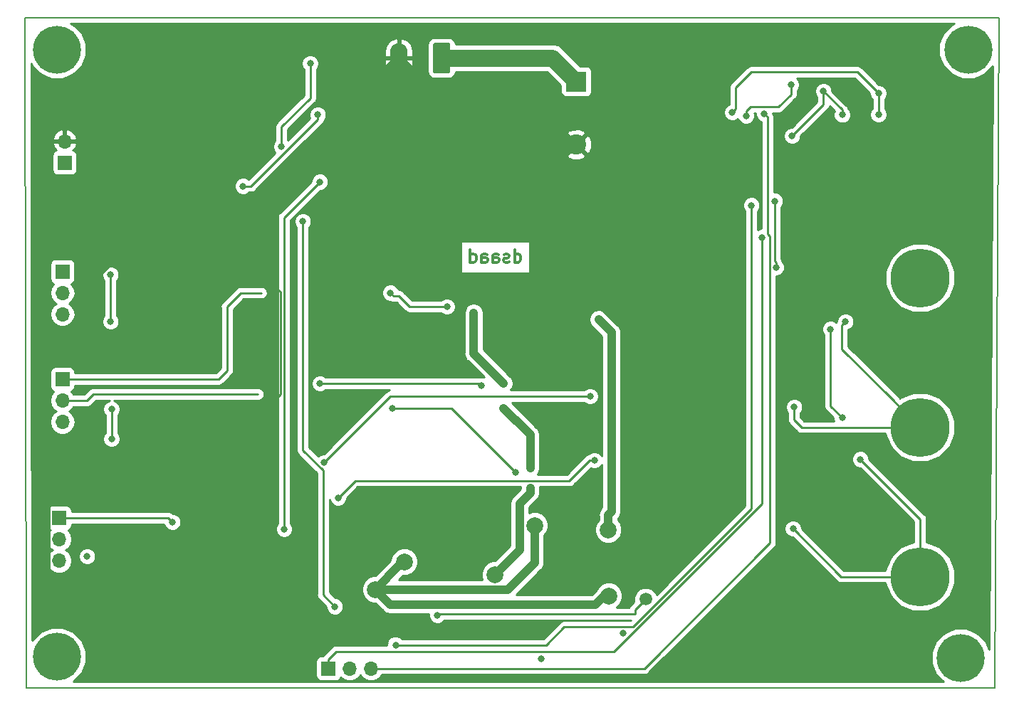
<source format=gbr>
G04 #@! TF.GenerationSoftware,KiCad,Pcbnew,(5.0.2)-1*
G04 #@! TF.CreationDate,2019-05-11T14:53:23+03:00*
G04 #@! TF.ProjectId,ESC versiune2,45534320-7665-4727-9369-756e65322e6b,rev?*
G04 #@! TF.SameCoordinates,Original*
G04 #@! TF.FileFunction,Copper,L2,Bot*
G04 #@! TF.FilePolarity,Positive*
%FSLAX46Y46*%
G04 Gerber Fmt 4.6, Leading zero omitted, Abs format (unit mm)*
G04 Created by KiCad (PCBNEW (5.0.2)-1) date 5/11/2019 2:53:23 PM*
%MOMM*%
%LPD*%
G01*
G04 APERTURE LIST*
G04 #@! TA.AperFunction,NonConductor*
%ADD10C,0.300000*%
G04 #@! TD*
G04 #@! TA.AperFunction,NonConductor*
%ADD11C,0.150000*%
G04 #@! TD*
G04 #@! TA.AperFunction,ComponentPad*
%ADD12C,7.000000*%
G04 #@! TD*
G04 #@! TA.AperFunction,Conductor*
%ADD13C,0.100000*%
G04 #@! TD*
G04 #@! TA.AperFunction,ComponentPad*
%ADD14C,2.080000*%
G04 #@! TD*
G04 #@! TA.AperFunction,ComponentPad*
%ADD15O,2.080000X3.600000*%
G04 #@! TD*
G04 #@! TA.AperFunction,ComponentPad*
%ADD16R,2.400000X2.400000*%
G04 #@! TD*
G04 #@! TA.AperFunction,ComponentPad*
%ADD17C,2.400000*%
G04 #@! TD*
G04 #@! TA.AperFunction,ComponentPad*
%ADD18O,1.700000X1.700000*%
G04 #@! TD*
G04 #@! TA.AperFunction,ComponentPad*
%ADD19R,1.700000X1.700000*%
G04 #@! TD*
G04 #@! TA.AperFunction,ComponentPad*
%ADD20C,5.700000*%
G04 #@! TD*
G04 #@! TA.AperFunction,ViaPad*
%ADD21C,0.800000*%
G04 #@! TD*
G04 #@! TA.AperFunction,ViaPad*
%ADD22C,2.000000*%
G04 #@! TD*
G04 #@! TA.AperFunction,ViaPad*
%ADD23C,1.500000*%
G04 #@! TD*
G04 #@! TA.AperFunction,Conductor*
%ADD24C,0.250000*%
G04 #@! TD*
G04 #@! TA.AperFunction,Conductor*
%ADD25C,2.000000*%
G04 #@! TD*
G04 #@! TA.AperFunction,Conductor*
%ADD26C,1.000000*%
G04 #@! TD*
G04 #@! TA.AperFunction,Conductor*
%ADD27C,0.254000*%
G04 #@! TD*
G04 APERTURE END LIST*
D10*
X115097428Y-80688571D02*
X115097428Y-79188571D01*
X115097428Y-80617142D02*
X115240285Y-80688571D01*
X115526000Y-80688571D01*
X115668857Y-80617142D01*
X115740285Y-80545714D01*
X115811714Y-80402857D01*
X115811714Y-79974285D01*
X115740285Y-79831428D01*
X115668857Y-79760000D01*
X115526000Y-79688571D01*
X115240285Y-79688571D01*
X115097428Y-79760000D01*
X114454571Y-80617142D02*
X114311714Y-80688571D01*
X114026000Y-80688571D01*
X113883142Y-80617142D01*
X113811714Y-80474285D01*
X113811714Y-80402857D01*
X113883142Y-80260000D01*
X114026000Y-80188571D01*
X114240285Y-80188571D01*
X114383142Y-80117142D01*
X114454571Y-79974285D01*
X114454571Y-79902857D01*
X114383142Y-79760000D01*
X114240285Y-79688571D01*
X114026000Y-79688571D01*
X113883142Y-79760000D01*
X112526000Y-80688571D02*
X112526000Y-79902857D01*
X112597428Y-79760000D01*
X112740285Y-79688571D01*
X113026000Y-79688571D01*
X113168857Y-79760000D01*
X112526000Y-80617142D02*
X112668857Y-80688571D01*
X113026000Y-80688571D01*
X113168857Y-80617142D01*
X113240285Y-80474285D01*
X113240285Y-80331428D01*
X113168857Y-80188571D01*
X113026000Y-80117142D01*
X112668857Y-80117142D01*
X112526000Y-80045714D01*
X111168857Y-80688571D02*
X111168857Y-79902857D01*
X111240285Y-79760000D01*
X111383142Y-79688571D01*
X111668857Y-79688571D01*
X111811714Y-79760000D01*
X111168857Y-80617142D02*
X111311714Y-80688571D01*
X111668857Y-80688571D01*
X111811714Y-80617142D01*
X111883142Y-80474285D01*
X111883142Y-80331428D01*
X111811714Y-80188571D01*
X111668857Y-80117142D01*
X111311714Y-80117142D01*
X111168857Y-80045714D01*
X109811714Y-80688571D02*
X109811714Y-79188571D01*
X109811714Y-80617142D02*
X109954571Y-80688571D01*
X110240285Y-80688571D01*
X110383142Y-80617142D01*
X110454571Y-80545714D01*
X110526000Y-80402857D01*
X110526000Y-79974285D01*
X110454571Y-79831428D01*
X110383142Y-79760000D01*
X110240285Y-79688571D01*
X109954571Y-79688571D01*
X109811714Y-79760000D01*
D11*
X57023000Y-131318000D02*
X172212000Y-131318000D01*
X172720000Y-51562000D02*
X172212000Y-131318000D01*
X56896000Y-51562000D02*
X57023000Y-131318000D01*
X56896000Y-51562000D02*
X172720000Y-51562000D01*
D12*
G04 #@! TO.P,J4,1*
G04 #@! TO.N,/PHASE_A*
X163322000Y-118110000D03*
G04 #@! TO.P,J4,2*
G04 #@! TO.N,/PHASE_B*
X163322000Y-100330000D03*
G04 #@! TO.P,J4,3*
G04 #@! TO.N,/PHASE_C*
X163322000Y-82550000D03*
G04 #@! TD*
D13*
G04 #@! TO.N,/V_BAT+*
G04 #@! TO.C,J5*
G36*
X107240505Y-54589204D02*
X107264773Y-54592804D01*
X107288572Y-54598765D01*
X107311671Y-54607030D01*
X107333850Y-54617520D01*
X107354893Y-54630132D01*
X107374599Y-54644747D01*
X107392777Y-54661223D01*
X107409253Y-54679401D01*
X107423868Y-54699107D01*
X107436480Y-54720150D01*
X107446970Y-54742329D01*
X107455235Y-54765428D01*
X107461196Y-54789227D01*
X107464796Y-54813495D01*
X107466000Y-54837999D01*
X107466000Y-57938001D01*
X107464796Y-57962505D01*
X107461196Y-57986773D01*
X107455235Y-58010572D01*
X107446970Y-58033671D01*
X107436480Y-58055850D01*
X107423868Y-58076893D01*
X107409253Y-58096599D01*
X107392777Y-58114777D01*
X107374599Y-58131253D01*
X107354893Y-58145868D01*
X107333850Y-58158480D01*
X107311671Y-58168970D01*
X107288572Y-58177235D01*
X107264773Y-58183196D01*
X107240505Y-58186796D01*
X107216001Y-58188000D01*
X105635999Y-58188000D01*
X105611495Y-58186796D01*
X105587227Y-58183196D01*
X105563428Y-58177235D01*
X105540329Y-58168970D01*
X105518150Y-58158480D01*
X105497107Y-58145868D01*
X105477401Y-58131253D01*
X105459223Y-58114777D01*
X105442747Y-58096599D01*
X105428132Y-58076893D01*
X105415520Y-58055850D01*
X105405030Y-58033671D01*
X105396765Y-58010572D01*
X105390804Y-57986773D01*
X105387204Y-57962505D01*
X105386000Y-57938001D01*
X105386000Y-54837999D01*
X105387204Y-54813495D01*
X105390804Y-54789227D01*
X105396765Y-54765428D01*
X105405030Y-54742329D01*
X105415520Y-54720150D01*
X105428132Y-54699107D01*
X105442747Y-54679401D01*
X105459223Y-54661223D01*
X105477401Y-54644747D01*
X105497107Y-54630132D01*
X105518150Y-54617520D01*
X105540329Y-54607030D01*
X105563428Y-54598765D01*
X105587227Y-54592804D01*
X105611495Y-54589204D01*
X105635999Y-54588000D01*
X107216001Y-54588000D01*
X107240505Y-54589204D01*
X107240505Y-54589204D01*
G37*
D14*
G04 #@! TD*
G04 #@! TO.P,J5,1*
G04 #@! TO.N,/V_BAT+*
X106426000Y-56388000D03*
D15*
G04 #@! TO.P,J5,2*
G04 #@! TO.N,GNDREF*
X101346000Y-56388000D03*
G04 #@! TD*
D16*
G04 #@! TO.P,C23,1*
G04 #@! TO.N,/V_BAT+*
X122428000Y-59182000D03*
D17*
G04 #@! TO.P,C23,2*
G04 #@! TO.N,GNDREF*
X122428000Y-66682000D03*
G04 #@! TD*
D18*
G04 #@! TO.P,J7,2*
G04 #@! TO.N,GNDREF*
X61595000Y-66294000D03*
D19*
G04 #@! TO.P,J7,1*
G04 #@! TO.N,/12V_Bootstrap*
X61595000Y-68834000D03*
G04 #@! TD*
G04 #@! TO.P,J1,1*
G04 #@! TO.N,/HIN1*
X61341000Y-81788000D03*
D18*
G04 #@! TO.P,J1,2*
G04 #@! TO.N,/HIN2*
X61341000Y-84328000D03*
G04 #@! TO.P,J1,3*
G04 #@! TO.N,/HIN3*
X61341000Y-86868000D03*
G04 #@! TD*
G04 #@! TO.P,J2,3*
G04 #@! TO.N,/LIN3*
X61341000Y-99695000D03*
G04 #@! TO.P,J2,2*
G04 #@! TO.N,/LIN2*
X61341000Y-97155000D03*
D19*
G04 #@! TO.P,J2,1*
G04 #@! TO.N,/LIN1*
X61341000Y-94615000D03*
G04 #@! TD*
D18*
G04 #@! TO.P,J6,3*
G04 #@! TO.N,/EXTIC*
X98044000Y-129032000D03*
G04 #@! TO.P,J6,2*
G04 #@! TO.N,/EXTIB*
X95504000Y-129032000D03*
D19*
G04 #@! TO.P,J6,1*
G04 #@! TO.N,/EXTIA*
X92964000Y-129032000D03*
G04 #@! TD*
G04 #@! TO.P,J3,1*
G04 #@! TO.N,/FAULT*
X60960000Y-111125000D03*
D18*
G04 #@! TO.P,J3,2*
G04 #@! TO.N,/BATT_VOLTAGE*
X60960000Y-113665000D03*
G04 #@! TO.P,J3,3*
G04 #@! TO.N,/CURRENT_SENSOR*
X60960000Y-116205000D03*
G04 #@! TD*
D20*
G04 #@! TO.P,REF\002A\002A,1*
G04 #@! TO.N,N/C*
X60706000Y-55372000D03*
G04 #@! TD*
G04 #@! TO.P,REF\002A\002A,4*
G04 #@! TO.N,N/C*
X169037000Y-55372000D03*
G04 #@! TD*
G04 #@! TO.P,REF\002A\002A,4*
G04 #@! TO.N,N/C*
X168148000Y-127762000D03*
G04 #@! TD*
G04 #@! TO.P,REF\002A\002A,2*
G04 #@! TO.N,N/C*
X60706000Y-127635000D03*
G04 #@! TD*
D21*
G04 #@! TO.N,/12V_Bootstrap*
X67056000Y-87757000D03*
X67056000Y-82169000D03*
X67183000Y-98171000D03*
X67183000Y-101727000D03*
G04 #@! TO.N,GNDREF*
X86360000Y-97282000D03*
X84201000Y-79502000D03*
X86233000Y-84328000D03*
X86233000Y-107442000D03*
X77597000Y-98425000D03*
X81407000Y-98552000D03*
X76327000Y-78867000D03*
D22*
X88265000Y-124333000D03*
D21*
X141605000Y-88519000D03*
X139192000Y-63881000D03*
X86233000Y-116967000D03*
X91059000Y-116967000D03*
G04 #@! TO.N,/PHASE_A*
X100330000Y-84328000D03*
X107061000Y-85979000D03*
X118237000Y-127889000D03*
X110236000Y-86741000D03*
X113792000Y-95123000D03*
X113792000Y-98044000D03*
X116967000Y-105156000D03*
X116967000Y-107569000D03*
D22*
X112776000Y-117856000D03*
D21*
X148209000Y-112395000D03*
X152654000Y-88646000D03*
X154051000Y-99187000D03*
X156210000Y-104140000D03*
X156210000Y-104140000D03*
G04 #@! TO.N,Net-(D9-Pad1)*
X124079000Y-96647000D03*
X92456000Y-104521000D03*
G04 #@! TO.N,/PHASE_C*
X105918000Y-122682000D03*
D23*
X130683000Y-120777000D03*
D21*
G04 #@! TO.N,Net-(D10-Pad1)*
X124587000Y-104267000D03*
X94107000Y-108712000D03*
G04 #@! TO.N,/PHASE_B*
X100584000Y-98044000D03*
X115189000Y-105664000D03*
X128016000Y-124841000D03*
X125095000Y-87503000D03*
D22*
X126238000Y-112522000D03*
D21*
X148336000Y-97917000D03*
X154432000Y-87757000D03*
G04 #@! TO.N,Net-(D7-Pad1)*
X111125000Y-95377000D03*
X91948000Y-95123000D03*
D22*
G04 #@! TO.N,/CP*
X117475000Y-112014000D03*
X101981000Y-116332000D03*
X126318002Y-120396000D03*
X98552000Y-119634000D03*
D21*
G04 #@! TO.N,/BATT_VOLTAGE*
X64262000Y-115697000D03*
G04 #@! TO.N,/EXTIC*
X144780000Y-62992000D03*
G04 #@! TO.N,/EXTIB*
X143256000Y-73914000D03*
X100965000Y-126238000D03*
G04 #@! TO.N,/EXTIA*
X144526000Y-77724000D03*
G04 #@! TO.N,/3V3*
X90805000Y-57023000D03*
X87376000Y-66929000D03*
X91948000Y-71120000D03*
X87699010Y-112452990D03*
G04 #@! TO.N,/5V*
X93726000Y-121666000D03*
X89916000Y-75819000D03*
X91694000Y-63119000D03*
X82804000Y-71628000D03*
G04 #@! TO.N,/BEMF_B*
X158369000Y-60579000D03*
X158369000Y-63119000D03*
X140970000Y-62865000D03*
G04 #@! TO.N,/BEMF_A*
X154051000Y-63132000D03*
X151809685Y-60325000D03*
X148082000Y-65659000D03*
G04 #@! TO.N,/BEMF_REF*
X146177000Y-81280000D03*
X146050000Y-73406000D03*
X146050000Y-73406000D03*
X142621000Y-63246000D03*
X147955000Y-59563000D03*
G04 #@! TO.N,/FAULT*
X74422000Y-111633000D03*
G04 #@! TD*
D24*
G04 #@! TO.N,/12V_Bootstrap*
X67056000Y-87757000D02*
X67056000Y-87191315D01*
X67056000Y-87191315D02*
X67056000Y-82169000D01*
X67056000Y-82169000D02*
X67056000Y-82169000D01*
X67183000Y-98171000D02*
X67183000Y-101727000D01*
X67183000Y-101727000D02*
X67183000Y-101727000D01*
G04 #@! TO.N,/LIN1*
X61341000Y-94615000D02*
X79883000Y-94615000D01*
X79883000Y-94615000D02*
X80899000Y-93599000D01*
X80899000Y-93599000D02*
X80899000Y-85979000D01*
X80899000Y-85979000D02*
X82550000Y-84328000D01*
X82550000Y-84328000D02*
X84963000Y-84328000D01*
G04 #@! TO.N,GNDREF*
X84908106Y-79502000D02*
X86233000Y-80826894D01*
X84201000Y-79502000D02*
X84908106Y-79502000D01*
X84836000Y-85598000D02*
X84963000Y-85598000D01*
X84709000Y-85725000D02*
X84836000Y-85598000D01*
X86233000Y-107442000D02*
X86233000Y-107442000D01*
X86233000Y-84328000D02*
X86233000Y-84328000D01*
X86233000Y-83566000D02*
X86614000Y-83566000D01*
X86233000Y-83566000D02*
X86233000Y-84328000D01*
X86233000Y-80826894D02*
X86233000Y-83566000D01*
X86614000Y-83566000D02*
X87249000Y-84201000D01*
X87249000Y-84201000D02*
X87249000Y-95631000D01*
X87249000Y-95631000D02*
X87249000Y-96393000D01*
X87249000Y-96393000D02*
X86360000Y-97282000D01*
X86233000Y-97974685D02*
X86233000Y-107442000D01*
X86360000Y-97847685D02*
X86233000Y-97974685D01*
X86360000Y-97282000D02*
X86360000Y-97847685D01*
X78162685Y-98425000D02*
X78289685Y-98552000D01*
X77597000Y-98425000D02*
X78162685Y-98425000D01*
X78289685Y-98552000D02*
X81407000Y-98552000D01*
X81407000Y-98552000D02*
X81407000Y-98552000D01*
X83566000Y-78867000D02*
X84201000Y-79502000D01*
X76327000Y-78867000D02*
X83566000Y-78867000D01*
D25*
X101346000Y-57148000D02*
X101346000Y-56388000D01*
X110880000Y-66682000D02*
X101346000Y-57148000D01*
X122428000Y-66682000D02*
X110880000Y-66682000D01*
X101346000Y-57148000D02*
X82548000Y-75946000D01*
X82548000Y-75946000D02*
X71374000Y-75946000D01*
X70910998Y-75946000D02*
X64897000Y-81959998D01*
X71374000Y-75946000D02*
X70910998Y-75946000D01*
X64897000Y-81959998D02*
X64897000Y-87249000D01*
X64897000Y-87249000D02*
X58909999Y-93236001D01*
X67963001Y-129685001D02*
X82912999Y-129685001D01*
X82912999Y-129685001D02*
X88265000Y-124333000D01*
X88265000Y-124333000D02*
X88265000Y-124333000D01*
X58909999Y-119126000D02*
X59690000Y-119126000D01*
X58909999Y-93236001D02*
X58909999Y-119126000D01*
X67963001Y-127399001D02*
X67963001Y-129685001D01*
X59690000Y-119126000D02*
X67963001Y-127399001D01*
D24*
X141605000Y-88519000D02*
X139827000Y-86741000D01*
X139827000Y-86741000D02*
X139192000Y-86106000D01*
X139192000Y-86106000D02*
X139192000Y-63881000D01*
X139192000Y-63881000D02*
X139192000Y-63881000D01*
X86233000Y-116967000D02*
X91059000Y-116967000D01*
X91059000Y-116967000D02*
X91059000Y-116967000D01*
G04 #@! TO.N,/PHASE_A*
X100729999Y-84727999D02*
X101364999Y-84727999D01*
X100330000Y-84328000D02*
X100729999Y-84727999D01*
X101364999Y-84727999D02*
X102616000Y-85979000D01*
X102616000Y-85979000D02*
X107061000Y-85979000D01*
X107061000Y-85979000D02*
X107061000Y-85979000D01*
D26*
X110236000Y-86741000D02*
X110236000Y-91567000D01*
X110236000Y-91567000D02*
X113792000Y-95123000D01*
X113792000Y-95123000D02*
X113792000Y-95123000D01*
X113792000Y-98044000D02*
X116289001Y-100541001D01*
X116967000Y-101219000D02*
X113792000Y-98044000D01*
X116967000Y-105156000D02*
X116967000Y-101219000D01*
X116967000Y-108134685D02*
X115697000Y-109404685D01*
X116967000Y-107569000D02*
X116967000Y-108134685D01*
X115697000Y-109404685D02*
X115697000Y-114935000D01*
X115697000Y-114935000D02*
X112776000Y-117856000D01*
X112776000Y-117856000D02*
X112776000Y-117856000D01*
D24*
X153924000Y-118110000D02*
X163322000Y-118110000D01*
X148209000Y-112395000D02*
X153924000Y-118110000D01*
X152654000Y-88646000D02*
X152654000Y-97790000D01*
X152654000Y-97790000D02*
X154051000Y-99187000D01*
X154051000Y-99187000D02*
X154178000Y-99314000D01*
X163322000Y-111252000D02*
X163322000Y-118110000D01*
X156210000Y-104140000D02*
X163322000Y-111252000D01*
G04 #@! TO.N,Net-(D9-Pad1)*
X124079000Y-96647000D02*
X100330000Y-96647000D01*
X100330000Y-96647000D02*
X92456000Y-104521000D01*
X92456000Y-104521000D02*
X92456000Y-104521000D01*
G04 #@! TO.N,/PHASE_C*
X105791000Y-122555000D02*
X129413000Y-122555000D01*
X131191000Y-121031000D02*
X131191000Y-121031000D01*
X129413000Y-122047000D02*
X130683000Y-120777000D01*
X129413000Y-122555000D02*
X129413000Y-122047000D01*
G04 #@! TO.N,Net-(D10-Pad1)*
X124021315Y-104267000D02*
X121608315Y-106680000D01*
X124587000Y-104267000D02*
X124021315Y-104267000D01*
X121608315Y-106680000D02*
X96139000Y-106680000D01*
X96139000Y-106680000D02*
X94107000Y-108712000D01*
X94107000Y-108712000D02*
X94107000Y-108712000D01*
G04 #@! TO.N,/LIN2*
X64262000Y-97155000D02*
X61341000Y-97155000D01*
X65024000Y-96393000D02*
X64262000Y-97155000D01*
X84582000Y-96393000D02*
X65024000Y-96393000D01*
G04 #@! TO.N,/PHASE_B*
X100584000Y-98044000D02*
X107569000Y-98044000D01*
X107569000Y-98044000D02*
X115189000Y-105664000D01*
X115189000Y-105664000D02*
X115189000Y-105664000D01*
D26*
X125095000Y-87503000D02*
X126619000Y-89027000D01*
X126619000Y-89027000D02*
X126619000Y-110363000D01*
X126619000Y-110363000D02*
X126238000Y-110744000D01*
X126238000Y-110744000D02*
X126238000Y-112522000D01*
X126238000Y-112522000D02*
X126238000Y-112522000D01*
D24*
X148336000Y-97917000D02*
X148336000Y-99441000D01*
X149225000Y-100330000D02*
X163322000Y-100330000D01*
X148336000Y-99441000D02*
X149225000Y-100330000D01*
X159822001Y-96830001D02*
X163322000Y-100330000D01*
X154032001Y-91040001D02*
X159822001Y-96830001D01*
X154032001Y-88156999D02*
X154032001Y-91040001D01*
X154432000Y-87757000D02*
X154032001Y-88156999D01*
G04 #@! TO.N,Net-(D7-Pad1)*
X110871000Y-95123000D02*
X111125000Y-95377000D01*
X91948000Y-95123000D02*
X110871000Y-95123000D01*
D26*
G04 #@! TO.N,/CP*
X101581001Y-116731999D02*
X101454001Y-116731999D01*
X101981000Y-116332000D02*
X101581001Y-116731999D01*
X101454001Y-116731999D02*
X98552000Y-119634000D01*
X117475000Y-112014000D02*
X117475000Y-116459000D01*
X114300000Y-119634000D02*
X98552000Y-119634000D01*
X117475000Y-116459000D02*
X114300000Y-119634000D01*
X125752317Y-120396000D02*
X124736317Y-121412000D01*
X126318002Y-120396000D02*
X125752317Y-120396000D01*
X100330000Y-121412000D02*
X98552000Y-119634000D01*
X124736317Y-121412000D02*
X100330000Y-121412000D01*
X98552000Y-119634000D02*
X98552000Y-119634000D01*
D25*
G04 #@! TO.N,/V_BAT+*
X119634000Y-56388000D02*
X122428000Y-59182000D01*
X106426000Y-56388000D02*
X119634000Y-56388000D01*
D24*
G04 #@! TO.N,/EXTIC*
X145451999Y-77633999D02*
X145451999Y-114082999D01*
X145179999Y-77361999D02*
X145451999Y-77633999D01*
X144780000Y-62992000D02*
X145179999Y-63391999D01*
X145179999Y-63391999D02*
X145179999Y-77361999D01*
X130502998Y-129032000D02*
X98044000Y-129032000D01*
X145451999Y-114082999D02*
X130502998Y-129032000D01*
G04 #@! TO.N,/EXTIB*
X129177593Y-124115999D02*
X120994001Y-124115999D01*
X143256000Y-73914000D02*
X143256000Y-110037592D01*
X143256000Y-110037592D02*
X129177593Y-124115999D01*
X120994001Y-124115999D02*
X118872000Y-126238000D01*
X118872000Y-126238000D02*
X100965000Y-126238000D01*
X100965000Y-126238000D02*
X100711000Y-125984000D01*
X100965000Y-126238000D02*
X100965000Y-126238000D01*
G04 #@! TO.N,/EXTIA*
X144526000Y-109404002D02*
X126930002Y-127000000D01*
X144526000Y-77724000D02*
X144526000Y-109404002D01*
X92964000Y-127932000D02*
X92964000Y-129032000D01*
X93896000Y-127000000D02*
X92964000Y-127932000D01*
X126930002Y-127000000D02*
X93896000Y-127000000D01*
G04 #@! TO.N,/3V3*
X90805000Y-61156998D02*
X87376000Y-64585998D01*
X90805000Y-57023000D02*
X90805000Y-61156998D01*
X87376000Y-64585998D02*
X87376000Y-66929000D01*
X87376000Y-66929000D02*
X87376000Y-66929000D01*
X87699010Y-75368990D02*
X87699010Y-112452990D01*
X91948000Y-71120000D02*
X87699010Y-75368990D01*
X87699010Y-112452990D02*
X87699010Y-112452990D01*
G04 #@! TO.N,/5V*
X92329000Y-105467002D02*
X89916000Y-103054002D01*
X93726000Y-121666000D02*
X92329000Y-120269000D01*
X92329000Y-120269000D02*
X92329000Y-105467002D01*
X89916000Y-103054002D02*
X89916000Y-75819000D01*
X89916000Y-75819000D02*
X89916000Y-75819000D01*
X91694000Y-63684685D02*
X83750685Y-71628000D01*
X91694000Y-63119000D02*
X91694000Y-63684685D01*
X83750685Y-71628000D02*
X82804000Y-71628000D01*
X82804000Y-71628000D02*
X82804000Y-71628000D01*
G04 #@! TO.N,/BEMF_B*
X158369000Y-60579000D02*
X158369000Y-63119000D01*
X158369000Y-63119000D02*
X158369000Y-63119000D01*
X141369999Y-62465001D02*
X141369999Y-59925001D01*
X140970000Y-62865000D02*
X141369999Y-62465001D01*
X141369999Y-59925001D02*
X143256000Y-58039000D01*
X155829000Y-58039000D02*
X158369000Y-60579000D01*
X143256000Y-58039000D02*
X155829000Y-58039000D01*
G04 #@! TO.N,/BEMF_A*
X154051000Y-62566315D02*
X151809685Y-60325000D01*
X154051000Y-63132000D02*
X154051000Y-62566315D01*
X151809685Y-60325000D02*
X151809685Y-60325000D01*
X151809685Y-61931315D02*
X151809685Y-60325000D01*
X148082000Y-65659000D02*
X151809685Y-61931315D01*
G04 #@! TO.N,/BEMF_REF*
X146177000Y-80714315D02*
X146050000Y-80587315D01*
X146177000Y-81280000D02*
X146177000Y-80714315D01*
X146050000Y-80587315D02*
X146050000Y-73406000D01*
X146050000Y-73406000D02*
X146050000Y-73406000D01*
X146050000Y-73406000D02*
X146050000Y-73406000D01*
X142621000Y-62680315D02*
X143129000Y-62172315D01*
X142621000Y-63246000D02*
X142621000Y-62680315D01*
X143129000Y-62172315D02*
X146488685Y-62172315D01*
X146488685Y-62172315D02*
X147955000Y-60706000D01*
X147955000Y-60706000D02*
X147955000Y-59563000D01*
X147955000Y-59563000D02*
X147955000Y-59563000D01*
G04 #@! TO.N,/FAULT*
X73914000Y-111125000D02*
X74422000Y-111633000D01*
X60960000Y-111125000D02*
X73914000Y-111125000D01*
G04 #@! TD*
D27*
G04 #@! TO.N,GNDREF*
G36*
X167062906Y-52417560D02*
X166082560Y-53397906D01*
X165552000Y-54678790D01*
X165552000Y-56065210D01*
X166082560Y-57346094D01*
X167062906Y-58326440D01*
X168343790Y-58857000D01*
X169730210Y-58857000D01*
X171011094Y-58326440D01*
X171973027Y-57364507D01*
X171530626Y-126821637D01*
X171102440Y-125787906D01*
X170122094Y-124807560D01*
X168841210Y-124277000D01*
X167454790Y-124277000D01*
X166173906Y-124807560D01*
X165193560Y-125787906D01*
X164663000Y-127068790D01*
X164663000Y-128455210D01*
X165193560Y-129736094D01*
X166065466Y-130608000D01*
X62635286Y-130608000D01*
X62680094Y-130589440D01*
X63660440Y-129609094D01*
X64191000Y-128328210D01*
X64191000Y-126941790D01*
X63660440Y-125660906D01*
X62680094Y-124680560D01*
X61399210Y-124150000D01*
X60012790Y-124150000D01*
X58731906Y-124680560D01*
X57751560Y-125660906D01*
X57724098Y-125727205D01*
X57704891Y-113665000D01*
X59445908Y-113665000D01*
X59561161Y-114244418D01*
X59889375Y-114735625D01*
X60187761Y-114935000D01*
X59889375Y-115134375D01*
X59561161Y-115625582D01*
X59445908Y-116205000D01*
X59561161Y-116784418D01*
X59889375Y-117275625D01*
X60380582Y-117603839D01*
X60813744Y-117690000D01*
X61106256Y-117690000D01*
X61539418Y-117603839D01*
X62030625Y-117275625D01*
X62358839Y-116784418D01*
X62474092Y-116205000D01*
X62358839Y-115625582D01*
X62268999Y-115491126D01*
X63227000Y-115491126D01*
X63227000Y-115902874D01*
X63384569Y-116283280D01*
X63675720Y-116574431D01*
X64056126Y-116732000D01*
X64467874Y-116732000D01*
X64848280Y-116574431D01*
X65139431Y-116283280D01*
X65297000Y-115902874D01*
X65297000Y-115491126D01*
X65139431Y-115110720D01*
X64848280Y-114819569D01*
X64467874Y-114662000D01*
X64056126Y-114662000D01*
X63675720Y-114819569D01*
X63384569Y-115110720D01*
X63227000Y-115491126D01*
X62268999Y-115491126D01*
X62030625Y-115134375D01*
X61732239Y-114935000D01*
X62030625Y-114735625D01*
X62358839Y-114244418D01*
X62474092Y-113665000D01*
X62358839Y-113085582D01*
X62030625Y-112594375D01*
X62012381Y-112582184D01*
X62057765Y-112573157D01*
X62267809Y-112432809D01*
X62408157Y-112222765D01*
X62457440Y-111975000D01*
X62457440Y-111885000D01*
X73406106Y-111885000D01*
X73544569Y-112219280D01*
X73835720Y-112510431D01*
X74216126Y-112668000D01*
X74627874Y-112668000D01*
X75008280Y-112510431D01*
X75271595Y-112247116D01*
X86664010Y-112247116D01*
X86664010Y-112658864D01*
X86821579Y-113039270D01*
X87112730Y-113330421D01*
X87493136Y-113487990D01*
X87904884Y-113487990D01*
X88285290Y-113330421D01*
X88576441Y-113039270D01*
X88734010Y-112658864D01*
X88734010Y-112247116D01*
X88576441Y-111866710D01*
X88459010Y-111749279D01*
X88459010Y-75683791D01*
X88529675Y-75613126D01*
X88881000Y-75613126D01*
X88881000Y-76024874D01*
X89038569Y-76405280D01*
X89156001Y-76522712D01*
X89156000Y-102979155D01*
X89141112Y-103054002D01*
X89156000Y-103128849D01*
X89156000Y-103128853D01*
X89200096Y-103350538D01*
X89368071Y-103601931D01*
X89431530Y-103644333D01*
X91569001Y-105781806D01*
X91569000Y-120194153D01*
X91554112Y-120269000D01*
X91569000Y-120343847D01*
X91569000Y-120343851D01*
X91613096Y-120565536D01*
X91781071Y-120816929D01*
X91844530Y-120859331D01*
X92691000Y-121705802D01*
X92691000Y-121871874D01*
X92848569Y-122252280D01*
X93139720Y-122543431D01*
X93520126Y-122701000D01*
X93931874Y-122701000D01*
X94312280Y-122543431D01*
X94603431Y-122252280D01*
X94761000Y-121871874D01*
X94761000Y-121460126D01*
X94603431Y-121079720D01*
X94312280Y-120788569D01*
X93931874Y-120631000D01*
X93765802Y-120631000D01*
X93089000Y-119954199D01*
X93089000Y-108958916D01*
X93229569Y-109298280D01*
X93520720Y-109589431D01*
X93901126Y-109747000D01*
X94312874Y-109747000D01*
X94693280Y-109589431D01*
X94984431Y-109298280D01*
X95142000Y-108917874D01*
X95142000Y-108751801D01*
X96453802Y-107440000D01*
X115835425Y-107440000D01*
X115832000Y-107457218D01*
X115832000Y-107664553D01*
X114973482Y-108523072D01*
X114878711Y-108586396D01*
X114697092Y-108858209D01*
X114627854Y-108961831D01*
X114539765Y-109404685D01*
X114562000Y-109516468D01*
X114562001Y-114464867D01*
X112805869Y-116221000D01*
X112450778Y-116221000D01*
X111849847Y-116469914D01*
X111389914Y-116929847D01*
X111141000Y-117530778D01*
X111141000Y-118181222D01*
X111272628Y-118499000D01*
X101292132Y-118499000D01*
X101824132Y-117967000D01*
X102306222Y-117967000D01*
X102907153Y-117718086D01*
X103367086Y-117258153D01*
X103616000Y-116657222D01*
X103616000Y-116006778D01*
X103367086Y-115405847D01*
X102907153Y-114945914D01*
X102306222Y-114697000D01*
X101655778Y-114697000D01*
X101054847Y-114945914D01*
X100594914Y-115405847D01*
X100346000Y-116006778D01*
X100346000Y-116234868D01*
X98581869Y-117999000D01*
X98226778Y-117999000D01*
X97625847Y-118247914D01*
X97165914Y-118707847D01*
X96917000Y-119308778D01*
X96917000Y-119959222D01*
X97165914Y-120560153D01*
X97625847Y-121020086D01*
X98226778Y-121269000D01*
X98581869Y-121269000D01*
X99448389Y-122135521D01*
X99511711Y-122230289D01*
X99826895Y-122440888D01*
X99887145Y-122481146D01*
X100330000Y-122569235D01*
X100441783Y-122547000D01*
X104883000Y-122547000D01*
X104883000Y-122887874D01*
X105040569Y-123268280D01*
X105331720Y-123559431D01*
X105712126Y-123717000D01*
X106123874Y-123717000D01*
X106504280Y-123559431D01*
X106748711Y-123315000D01*
X128903791Y-123315000D01*
X128862792Y-123355999D01*
X121068849Y-123355999D01*
X120994001Y-123341111D01*
X120919153Y-123355999D01*
X120919149Y-123355999D01*
X120697464Y-123400095D01*
X120446072Y-123568070D01*
X120403672Y-123631526D01*
X118557199Y-125478000D01*
X101668711Y-125478000D01*
X101551280Y-125360569D01*
X101170874Y-125203000D01*
X100759126Y-125203000D01*
X100733544Y-125213596D01*
X100711000Y-125209112D01*
X100414463Y-125268097D01*
X100163071Y-125436071D01*
X99995097Y-125687463D01*
X99936112Y-125984000D01*
X99940596Y-126006544D01*
X99930000Y-126032126D01*
X99930000Y-126240000D01*
X93970846Y-126240000D01*
X93895999Y-126225112D01*
X93821152Y-126240000D01*
X93821148Y-126240000D01*
X93599463Y-126284096D01*
X93348071Y-126452071D01*
X93305671Y-126515527D01*
X92479530Y-127341669D01*
X92416071Y-127384071D01*
X92315518Y-127534560D01*
X92114000Y-127534560D01*
X91866235Y-127583843D01*
X91656191Y-127724191D01*
X91515843Y-127934235D01*
X91466560Y-128182000D01*
X91466560Y-129882000D01*
X91515843Y-130129765D01*
X91656191Y-130339809D01*
X91866235Y-130480157D01*
X92114000Y-130529440D01*
X93814000Y-130529440D01*
X94061765Y-130480157D01*
X94271809Y-130339809D01*
X94412157Y-130129765D01*
X94421184Y-130084381D01*
X94433375Y-130102625D01*
X94924582Y-130430839D01*
X95357744Y-130517000D01*
X95650256Y-130517000D01*
X96083418Y-130430839D01*
X96574625Y-130102625D01*
X96774000Y-129804239D01*
X96973375Y-130102625D01*
X97464582Y-130430839D01*
X97897744Y-130517000D01*
X98190256Y-130517000D01*
X98623418Y-130430839D01*
X99114625Y-130102625D01*
X99322178Y-129792000D01*
X130428151Y-129792000D01*
X130502998Y-129806888D01*
X130577845Y-129792000D01*
X130577850Y-129792000D01*
X130799535Y-129747904D01*
X131050927Y-129579929D01*
X131093329Y-129516470D01*
X145936472Y-114673328D01*
X145999928Y-114630928D01*
X146167903Y-114379536D01*
X146211999Y-114157851D01*
X146211999Y-114157846D01*
X146226887Y-114082999D01*
X146211999Y-114008152D01*
X146211999Y-112189126D01*
X147174000Y-112189126D01*
X147174000Y-112600874D01*
X147331569Y-112981280D01*
X147622720Y-113272431D01*
X148003126Y-113430000D01*
X148169199Y-113430000D01*
X153333671Y-118594473D01*
X153376071Y-118657929D01*
X153627463Y-118825904D01*
X153849148Y-118870000D01*
X153849152Y-118870000D01*
X153924000Y-118884888D01*
X153998848Y-118870000D01*
X159187000Y-118870000D01*
X159187000Y-118932503D01*
X159816517Y-120452289D01*
X160979711Y-121615483D01*
X162499497Y-122245000D01*
X164144503Y-122245000D01*
X165664289Y-121615483D01*
X166827483Y-120452289D01*
X167457000Y-118932503D01*
X167457000Y-117287497D01*
X166827483Y-115767711D01*
X165664289Y-114604517D01*
X164144503Y-113975000D01*
X164082000Y-113975000D01*
X164082000Y-111326847D01*
X164096888Y-111252000D01*
X164082000Y-111177153D01*
X164082000Y-111177148D01*
X164037904Y-110955463D01*
X163869929Y-110704071D01*
X163806473Y-110661671D01*
X157245000Y-104100199D01*
X157245000Y-103934126D01*
X157087431Y-103553720D01*
X156796280Y-103262569D01*
X156415874Y-103105000D01*
X156004126Y-103105000D01*
X155623720Y-103262569D01*
X155332569Y-103553720D01*
X155175000Y-103934126D01*
X155175000Y-104345874D01*
X155332569Y-104726280D01*
X155623720Y-105017431D01*
X156004126Y-105175000D01*
X156170199Y-105175000D01*
X162562000Y-111566802D01*
X162562000Y-113975000D01*
X162499497Y-113975000D01*
X160979711Y-114604517D01*
X159816517Y-115767711D01*
X159187000Y-117287497D01*
X159187000Y-117350000D01*
X154238802Y-117350000D01*
X149244000Y-112355199D01*
X149244000Y-112189126D01*
X149086431Y-111808720D01*
X148795280Y-111517569D01*
X148414874Y-111360000D01*
X148003126Y-111360000D01*
X147622720Y-111517569D01*
X147331569Y-111808720D01*
X147174000Y-112189126D01*
X146211999Y-112189126D01*
X146211999Y-97711126D01*
X147301000Y-97711126D01*
X147301000Y-98122874D01*
X147458569Y-98503280D01*
X147576000Y-98620711D01*
X147576001Y-99366149D01*
X147561112Y-99441000D01*
X147576001Y-99515852D01*
X147620097Y-99737537D01*
X147788072Y-99988929D01*
X147851528Y-100031329D01*
X148634671Y-100814473D01*
X148677071Y-100877929D01*
X148928463Y-101045904D01*
X149150148Y-101090000D01*
X149150153Y-101090000D01*
X149225000Y-101104888D01*
X149299847Y-101090000D01*
X159187000Y-101090000D01*
X159187000Y-101152503D01*
X159816517Y-102672289D01*
X160979711Y-103835483D01*
X162499497Y-104465000D01*
X164144503Y-104465000D01*
X165664289Y-103835483D01*
X166827483Y-102672289D01*
X167457000Y-101152503D01*
X167457000Y-99507497D01*
X166827483Y-97987711D01*
X165664289Y-96824517D01*
X164144503Y-96195000D01*
X162499497Y-96195000D01*
X160979711Y-96824517D01*
X160935515Y-96868713D01*
X160412332Y-96345531D01*
X160412330Y-96345528D01*
X154792001Y-90725200D01*
X154792001Y-88728159D01*
X155018280Y-88634431D01*
X155309431Y-88343280D01*
X155467000Y-87962874D01*
X155467000Y-87551126D01*
X155309431Y-87170720D01*
X155018280Y-86879569D01*
X154637874Y-86722000D01*
X154226126Y-86722000D01*
X153845720Y-86879569D01*
X153554569Y-87170720D01*
X153397000Y-87551126D01*
X153397000Y-87739383D01*
X153322537Y-87850826D01*
X153240280Y-87768569D01*
X152859874Y-87611000D01*
X152448126Y-87611000D01*
X152067720Y-87768569D01*
X151776569Y-88059720D01*
X151619000Y-88440126D01*
X151619000Y-88851874D01*
X151776569Y-89232280D01*
X151894000Y-89349711D01*
X151894001Y-97715148D01*
X151879112Y-97790000D01*
X151894001Y-97864852D01*
X151938097Y-98086537D01*
X152106072Y-98337929D01*
X152169528Y-98380329D01*
X153016000Y-99226802D01*
X153016000Y-99392874D01*
X153089368Y-99570000D01*
X149539802Y-99570000D01*
X149096000Y-99126199D01*
X149096000Y-98620711D01*
X149213431Y-98503280D01*
X149371000Y-98122874D01*
X149371000Y-97711126D01*
X149213431Y-97330720D01*
X148922280Y-97039569D01*
X148541874Y-96882000D01*
X148130126Y-96882000D01*
X147749720Y-97039569D01*
X147458569Y-97330720D01*
X147301000Y-97711126D01*
X146211999Y-97711126D01*
X146211999Y-82315000D01*
X146382874Y-82315000D01*
X146763280Y-82157431D01*
X147054431Y-81866280D01*
X147111916Y-81727497D01*
X159187000Y-81727497D01*
X159187000Y-83372503D01*
X159816517Y-84892289D01*
X160979711Y-86055483D01*
X162499497Y-86685000D01*
X164144503Y-86685000D01*
X165664289Y-86055483D01*
X166827483Y-84892289D01*
X167457000Y-83372503D01*
X167457000Y-81727497D01*
X166827483Y-80207711D01*
X165664289Y-79044517D01*
X164144503Y-78415000D01*
X162499497Y-78415000D01*
X160979711Y-79044517D01*
X159816517Y-80207711D01*
X159187000Y-81727497D01*
X147111916Y-81727497D01*
X147212000Y-81485874D01*
X147212000Y-81074126D01*
X147054431Y-80693720D01*
X146921314Y-80560603D01*
X146892904Y-80417778D01*
X146810000Y-80293704D01*
X146810000Y-74109711D01*
X146927431Y-73992280D01*
X147085000Y-73611874D01*
X147085000Y-73200126D01*
X146927431Y-72819720D01*
X146636280Y-72528569D01*
X146255874Y-72371000D01*
X145939999Y-72371000D01*
X145939999Y-65453126D01*
X147047000Y-65453126D01*
X147047000Y-65864874D01*
X147204569Y-66245280D01*
X147495720Y-66536431D01*
X147876126Y-66694000D01*
X148287874Y-66694000D01*
X148668280Y-66536431D01*
X148959431Y-66245280D01*
X149117000Y-65864874D01*
X149117000Y-65698801D01*
X152294158Y-62521644D01*
X152357614Y-62479244D01*
X152409447Y-62401671D01*
X152525589Y-62227853D01*
X152544195Y-62134312D01*
X153109728Y-62699845D01*
X153016000Y-62926126D01*
X153016000Y-63337874D01*
X153173569Y-63718280D01*
X153464720Y-64009431D01*
X153845126Y-64167000D01*
X154256874Y-64167000D01*
X154637280Y-64009431D01*
X154928431Y-63718280D01*
X155086000Y-63337874D01*
X155086000Y-62926126D01*
X154928431Y-62545720D01*
X154795314Y-62412603D01*
X154766904Y-62269778D01*
X154598929Y-62018386D01*
X154535473Y-61975986D01*
X152844685Y-60285199D01*
X152844685Y-60119126D01*
X152687116Y-59738720D01*
X152395965Y-59447569D01*
X152015559Y-59290000D01*
X151603811Y-59290000D01*
X151223405Y-59447569D01*
X150932254Y-59738720D01*
X150774685Y-60119126D01*
X150774685Y-60530874D01*
X150932254Y-60911280D01*
X151049686Y-61028712D01*
X151049685Y-61616513D01*
X148042199Y-64624000D01*
X147876126Y-64624000D01*
X147495720Y-64781569D01*
X147204569Y-65072720D01*
X147047000Y-65453126D01*
X145939999Y-65453126D01*
X145939999Y-63466845D01*
X145954887Y-63391998D01*
X145939999Y-63317151D01*
X145939999Y-63317147D01*
X145895903Y-63095462D01*
X145815000Y-62974382D01*
X145815000Y-62932315D01*
X146413838Y-62932315D01*
X146488685Y-62947203D01*
X146563532Y-62932315D01*
X146563537Y-62932315D01*
X146785222Y-62888219D01*
X147036614Y-62720244D01*
X147079016Y-62656785D01*
X148439473Y-61296329D01*
X148502929Y-61253929D01*
X148670904Y-61002537D01*
X148715000Y-60780852D01*
X148715000Y-60780848D01*
X148729888Y-60706000D01*
X148715000Y-60631152D01*
X148715000Y-60266711D01*
X148832431Y-60149280D01*
X148990000Y-59768874D01*
X148990000Y-59357126D01*
X148832431Y-58976720D01*
X148654711Y-58799000D01*
X155514199Y-58799000D01*
X157334000Y-60618803D01*
X157334000Y-60784874D01*
X157491569Y-61165280D01*
X157609000Y-61282711D01*
X157609001Y-62415288D01*
X157491569Y-62532720D01*
X157334000Y-62913126D01*
X157334000Y-63324874D01*
X157491569Y-63705280D01*
X157782720Y-63996431D01*
X158163126Y-64154000D01*
X158574874Y-64154000D01*
X158955280Y-63996431D01*
X159246431Y-63705280D01*
X159404000Y-63324874D01*
X159404000Y-62913126D01*
X159246431Y-62532720D01*
X159129000Y-62415289D01*
X159129000Y-61282711D01*
X159246431Y-61165280D01*
X159404000Y-60784874D01*
X159404000Y-60373126D01*
X159246431Y-59992720D01*
X158955280Y-59701569D01*
X158574874Y-59544000D01*
X158408803Y-59544000D01*
X156419331Y-57554530D01*
X156376929Y-57491071D01*
X156125537Y-57323096D01*
X155903852Y-57279000D01*
X155903847Y-57279000D01*
X155829000Y-57264112D01*
X155754153Y-57279000D01*
X143330846Y-57279000D01*
X143255999Y-57264112D01*
X143181152Y-57279000D01*
X143181148Y-57279000D01*
X142959463Y-57323096D01*
X142708071Y-57491071D01*
X142665671Y-57554527D01*
X140885527Y-59334672D01*
X140822071Y-59377072D01*
X140779671Y-59440528D01*
X140779670Y-59440529D01*
X140654096Y-59628464D01*
X140595111Y-59925001D01*
X140610000Y-59999853D01*
X140609999Y-61893841D01*
X140383720Y-61987569D01*
X140092569Y-62278720D01*
X139935000Y-62659126D01*
X139935000Y-63070874D01*
X140092569Y-63451280D01*
X140383720Y-63742431D01*
X140764126Y-63900000D01*
X141175874Y-63900000D01*
X141556280Y-63742431D01*
X141662397Y-63636314D01*
X141743569Y-63832280D01*
X142034720Y-64123431D01*
X142415126Y-64281000D01*
X142826874Y-64281000D01*
X143207280Y-64123431D01*
X143498431Y-63832280D01*
X143656000Y-63451874D01*
X143656000Y-63040126D01*
X143611343Y-62932315D01*
X143745000Y-62932315D01*
X143745000Y-63197874D01*
X143902569Y-63578280D01*
X144193720Y-63869431D01*
X144419999Y-63963159D01*
X144420000Y-76689000D01*
X144320126Y-76689000D01*
X144016000Y-76814973D01*
X144016000Y-74617711D01*
X144133431Y-74500280D01*
X144291000Y-74119874D01*
X144291000Y-73708126D01*
X144133431Y-73327720D01*
X143842280Y-73036569D01*
X143461874Y-72879000D01*
X143050126Y-72879000D01*
X142669720Y-73036569D01*
X142378569Y-73327720D01*
X142221000Y-73708126D01*
X142221000Y-74119874D01*
X142378569Y-74500280D01*
X142496000Y-74617711D01*
X142496001Y-109722789D01*
X131965278Y-120253513D01*
X131857147Y-119992460D01*
X131467540Y-119602853D01*
X130958494Y-119392000D01*
X130407506Y-119392000D01*
X129898460Y-119602853D01*
X129508853Y-119992460D01*
X129298000Y-120501506D01*
X129298000Y-121052494D01*
X129308165Y-121077034D01*
X128928528Y-121456671D01*
X128865072Y-121499071D01*
X128697096Y-121750463D01*
X128688237Y-121795000D01*
X127212978Y-121795000D01*
X127244155Y-121782086D01*
X127704088Y-121322153D01*
X127953002Y-120721222D01*
X127953002Y-120070778D01*
X127704088Y-119469847D01*
X127244155Y-119009914D01*
X126643224Y-118761000D01*
X125992780Y-118761000D01*
X125391849Y-119009914D01*
X124931916Y-119469847D01*
X124831915Y-119711270D01*
X124266186Y-120277000D01*
X115262131Y-120277000D01*
X118198521Y-117340611D01*
X118293289Y-117277289D01*
X118544146Y-116901855D01*
X118592806Y-116657222D01*
X118632235Y-116459001D01*
X118610000Y-116347218D01*
X118610000Y-113191239D01*
X118861086Y-112940153D01*
X119110000Y-112339222D01*
X119110000Y-111688778D01*
X118861086Y-111087847D01*
X118401153Y-110627914D01*
X117800222Y-110379000D01*
X117149778Y-110379000D01*
X116832000Y-110510628D01*
X116832000Y-109874816D01*
X117690521Y-109016296D01*
X117785289Y-108952974D01*
X118001685Y-108629114D01*
X118036146Y-108577540D01*
X118124235Y-108134686D01*
X118102000Y-108022903D01*
X118102000Y-107457217D01*
X118098575Y-107440000D01*
X121533468Y-107440000D01*
X121608315Y-107454888D01*
X121683162Y-107440000D01*
X121683167Y-107440000D01*
X121904852Y-107395904D01*
X122156244Y-107227929D01*
X122198646Y-107164470D01*
X124154846Y-105208272D01*
X124381126Y-105302000D01*
X124792874Y-105302000D01*
X125173280Y-105144431D01*
X125464431Y-104853280D01*
X125484001Y-104806034D01*
X125484001Y-109882754D01*
X125419711Y-109925711D01*
X125168855Y-110301145D01*
X125168854Y-110301146D01*
X125080765Y-110744000D01*
X125103000Y-110855783D01*
X125103000Y-111344761D01*
X124851914Y-111595847D01*
X124603000Y-112196778D01*
X124603000Y-112847222D01*
X124851914Y-113448153D01*
X125311847Y-113908086D01*
X125912778Y-114157000D01*
X126563222Y-114157000D01*
X127164153Y-113908086D01*
X127624086Y-113448153D01*
X127873000Y-112847222D01*
X127873000Y-112196778D01*
X127624086Y-111595847D01*
X127373000Y-111344761D01*
X127373000Y-111224246D01*
X127437289Y-111181289D01*
X127688146Y-110805855D01*
X127754000Y-110474783D01*
X127776235Y-110363001D01*
X127754000Y-110251219D01*
X127754000Y-89138781D01*
X127776235Y-89026999D01*
X127741400Y-88851874D01*
X127688146Y-88584145D01*
X127437289Y-88208711D01*
X127342524Y-88145391D01*
X125818523Y-86621392D01*
X125537854Y-86433854D01*
X125095000Y-86345765D01*
X124652146Y-86433854D01*
X124276712Y-86684712D01*
X124025854Y-87060146D01*
X123937765Y-87503000D01*
X124025854Y-87945854D01*
X124213392Y-88226523D01*
X125484000Y-89497133D01*
X125484001Y-103727966D01*
X125464431Y-103680720D01*
X125173280Y-103389569D01*
X124792874Y-103232000D01*
X124381126Y-103232000D01*
X124000720Y-103389569D01*
X123867603Y-103522686D01*
X123724778Y-103551096D01*
X123724776Y-103551097D01*
X123724777Y-103551097D01*
X123536841Y-103676671D01*
X123536839Y-103676673D01*
X123473386Y-103719071D01*
X123430988Y-103782524D01*
X121293514Y-105920000D01*
X117821564Y-105920000D01*
X118036146Y-105598855D01*
X118102000Y-105267783D01*
X118102000Y-101330782D01*
X118124235Y-101218999D01*
X118036146Y-100776145D01*
X117936181Y-100626537D01*
X117785289Y-100400711D01*
X117690521Y-100337389D01*
X116157132Y-98804000D01*
X114760131Y-97407000D01*
X123375289Y-97407000D01*
X123492720Y-97524431D01*
X123873126Y-97682000D01*
X124284874Y-97682000D01*
X124665280Y-97524431D01*
X124956431Y-97233280D01*
X125114000Y-96852874D01*
X125114000Y-96441126D01*
X124956431Y-96060720D01*
X124665280Y-95769569D01*
X124284874Y-95612000D01*
X123873126Y-95612000D01*
X123492720Y-95769569D01*
X123375289Y-95887000D01*
X114646564Y-95887000D01*
X114861146Y-95565855D01*
X114949235Y-95123000D01*
X114861146Y-94680145D01*
X114610289Y-94304711D01*
X114515521Y-94241389D01*
X111371000Y-91096869D01*
X111371000Y-86629217D01*
X111305146Y-86298145D01*
X111054289Y-85922711D01*
X110678854Y-85671854D01*
X110236000Y-85583765D01*
X109793145Y-85671854D01*
X109417711Y-85922711D01*
X109166854Y-86298146D01*
X109101000Y-86629218D01*
X109101001Y-91455212D01*
X109078765Y-91567000D01*
X109166854Y-92009854D01*
X109166855Y-92009855D01*
X109417712Y-92385289D01*
X109512480Y-92448611D01*
X111458897Y-94395029D01*
X111330874Y-94342000D01*
X110919126Y-94342000D01*
X110893544Y-94352596D01*
X110871000Y-94348112D01*
X110796153Y-94363000D01*
X92651711Y-94363000D01*
X92534280Y-94245569D01*
X92153874Y-94088000D01*
X91742126Y-94088000D01*
X91361720Y-94245569D01*
X91070569Y-94536720D01*
X90913000Y-94917126D01*
X90913000Y-95328874D01*
X91070569Y-95709280D01*
X91361720Y-96000431D01*
X91742126Y-96158000D01*
X92153874Y-96158000D01*
X92534280Y-96000431D01*
X92651711Y-95883000D01*
X100275262Y-95883000D01*
X100255152Y-95887000D01*
X100255148Y-95887000D01*
X100033463Y-95931096D01*
X99782071Y-96099071D01*
X99739671Y-96162527D01*
X92416199Y-103486000D01*
X92250126Y-103486000D01*
X91869720Y-103643569D01*
X91725045Y-103788244D01*
X90676000Y-102739201D01*
X90676000Y-84122126D01*
X99295000Y-84122126D01*
X99295000Y-84533874D01*
X99452569Y-84914280D01*
X99743720Y-85205431D01*
X100124126Y-85363000D01*
X100312382Y-85363000D01*
X100433462Y-85443903D01*
X100655147Y-85487999D01*
X100655151Y-85487999D01*
X100729998Y-85502887D01*
X100804845Y-85487999D01*
X101050198Y-85487999D01*
X102025671Y-86463473D01*
X102068071Y-86526929D01*
X102319463Y-86694904D01*
X102541148Y-86739000D01*
X102541152Y-86739000D01*
X102616000Y-86753888D01*
X102690848Y-86739000D01*
X106357289Y-86739000D01*
X106474720Y-86856431D01*
X106855126Y-87014000D01*
X107266874Y-87014000D01*
X107647280Y-86856431D01*
X107938431Y-86565280D01*
X108096000Y-86184874D01*
X108096000Y-85773126D01*
X107938431Y-85392720D01*
X107647280Y-85101569D01*
X107266874Y-84944000D01*
X106855126Y-84944000D01*
X106474720Y-85101569D01*
X106357289Y-85219000D01*
X102930802Y-85219000D01*
X101955330Y-84243529D01*
X101912928Y-84180070D01*
X101661536Y-84012095D01*
X101439851Y-83967999D01*
X101439846Y-83967999D01*
X101364999Y-83953111D01*
X101300321Y-83965976D01*
X101207431Y-83741720D01*
X100916280Y-83450569D01*
X100535874Y-83293000D01*
X100124126Y-83293000D01*
X99743720Y-83450569D01*
X99452569Y-83741720D01*
X99295000Y-84122126D01*
X90676000Y-84122126D01*
X90676000Y-78220000D01*
X108669572Y-78220000D01*
X108669572Y-82040000D01*
X116882429Y-82040000D01*
X116882429Y-78220000D01*
X108669572Y-78220000D01*
X90676000Y-78220000D01*
X90676000Y-76522711D01*
X90793431Y-76405280D01*
X90951000Y-76024874D01*
X90951000Y-75613126D01*
X90793431Y-75232720D01*
X90502280Y-74941569D01*
X90121874Y-74784000D01*
X89710126Y-74784000D01*
X89329720Y-74941569D01*
X89038569Y-75232720D01*
X88881000Y-75613126D01*
X88529675Y-75613126D01*
X91987802Y-72155000D01*
X92153874Y-72155000D01*
X92534280Y-71997431D01*
X92825431Y-71706280D01*
X92983000Y-71325874D01*
X92983000Y-70914126D01*
X92825431Y-70533720D01*
X92534280Y-70242569D01*
X92153874Y-70085000D01*
X91742126Y-70085000D01*
X91361720Y-70242569D01*
X91070569Y-70533720D01*
X90913000Y-70914126D01*
X90913000Y-71080198D01*
X87214540Y-74778659D01*
X87151081Y-74821061D01*
X86983106Y-75072454D01*
X86939010Y-75294139D01*
X86939010Y-75294143D01*
X86924122Y-75368990D01*
X86939010Y-75443837D01*
X86939011Y-111749278D01*
X86821579Y-111866710D01*
X86664010Y-112247116D01*
X75271595Y-112247116D01*
X75299431Y-112219280D01*
X75457000Y-111838874D01*
X75457000Y-111427126D01*
X75299431Y-111046720D01*
X75008280Y-110755569D01*
X74627874Y-110598000D01*
X74475913Y-110598000D01*
X74461929Y-110577071D01*
X74210537Y-110409096D01*
X73988852Y-110365000D01*
X73988847Y-110365000D01*
X73914000Y-110350112D01*
X73839153Y-110365000D01*
X62457440Y-110365000D01*
X62457440Y-110275000D01*
X62408157Y-110027235D01*
X62267809Y-109817191D01*
X62057765Y-109676843D01*
X61810000Y-109627560D01*
X60110000Y-109627560D01*
X59862235Y-109676843D01*
X59652191Y-109817191D01*
X59511843Y-110027235D01*
X59462560Y-110275000D01*
X59462560Y-111975000D01*
X59511843Y-112222765D01*
X59652191Y-112432809D01*
X59862235Y-112573157D01*
X59907619Y-112582184D01*
X59889375Y-112594375D01*
X59561161Y-113085582D01*
X59445908Y-113665000D01*
X57704891Y-113665000D01*
X57678601Y-97155000D01*
X59826908Y-97155000D01*
X59942161Y-97734418D01*
X60270375Y-98225625D01*
X60568761Y-98425000D01*
X60270375Y-98624375D01*
X59942161Y-99115582D01*
X59826908Y-99695000D01*
X59942161Y-100274418D01*
X60270375Y-100765625D01*
X60761582Y-101093839D01*
X61194744Y-101180000D01*
X61487256Y-101180000D01*
X61920418Y-101093839D01*
X62411625Y-100765625D01*
X62739839Y-100274418D01*
X62855092Y-99695000D01*
X62739839Y-99115582D01*
X62411625Y-98624375D01*
X62113239Y-98425000D01*
X62411625Y-98225625D01*
X62619178Y-97915000D01*
X64187153Y-97915000D01*
X64262000Y-97929888D01*
X64336847Y-97915000D01*
X64336852Y-97915000D01*
X64558537Y-97870904D01*
X64809929Y-97702929D01*
X64852331Y-97639470D01*
X65338802Y-97153000D01*
X66936084Y-97153000D01*
X66596720Y-97293569D01*
X66305569Y-97584720D01*
X66148000Y-97965126D01*
X66148000Y-98376874D01*
X66305569Y-98757280D01*
X66423000Y-98874711D01*
X66423001Y-101023288D01*
X66305569Y-101140720D01*
X66148000Y-101521126D01*
X66148000Y-101932874D01*
X66305569Y-102313280D01*
X66596720Y-102604431D01*
X66977126Y-102762000D01*
X67388874Y-102762000D01*
X67769280Y-102604431D01*
X68060431Y-102313280D01*
X68218000Y-101932874D01*
X68218000Y-101521126D01*
X68060431Y-101140720D01*
X67943000Y-101023289D01*
X67943000Y-98874711D01*
X68060431Y-98757280D01*
X68218000Y-98376874D01*
X68218000Y-97965126D01*
X68060431Y-97584720D01*
X67769280Y-97293569D01*
X67429916Y-97153000D01*
X84656852Y-97153000D01*
X84878537Y-97108904D01*
X85129929Y-96940929D01*
X85297904Y-96689537D01*
X85356889Y-96393000D01*
X85297904Y-96096463D01*
X85129929Y-95845071D01*
X84878537Y-95677096D01*
X84656852Y-95633000D01*
X65098848Y-95633000D01*
X65024000Y-95618112D01*
X64949152Y-95633000D01*
X64949148Y-95633000D01*
X64775605Y-95667520D01*
X64727462Y-95677096D01*
X64540418Y-95802076D01*
X64476071Y-95845071D01*
X64433671Y-95908527D01*
X63947199Y-96395000D01*
X62619178Y-96395000D01*
X62411625Y-96084375D01*
X62393381Y-96072184D01*
X62438765Y-96063157D01*
X62648809Y-95922809D01*
X62789157Y-95712765D01*
X62838440Y-95465000D01*
X62838440Y-95375000D01*
X79808153Y-95375000D01*
X79883000Y-95389888D01*
X79957847Y-95375000D01*
X79957852Y-95375000D01*
X80179537Y-95330904D01*
X80430929Y-95162929D01*
X80473331Y-95099470D01*
X81383473Y-94189329D01*
X81446929Y-94146929D01*
X81614904Y-93895537D01*
X81659000Y-93673852D01*
X81659000Y-93673847D01*
X81673888Y-93599000D01*
X81659000Y-93524153D01*
X81659000Y-86293801D01*
X82864802Y-85088000D01*
X85037852Y-85088000D01*
X85259537Y-85043904D01*
X85510929Y-84875929D01*
X85678904Y-84624537D01*
X85737889Y-84328000D01*
X85678904Y-84031463D01*
X85510929Y-83780071D01*
X85259537Y-83612096D01*
X85037852Y-83568000D01*
X82624848Y-83568000D01*
X82550000Y-83553112D01*
X82475152Y-83568000D01*
X82475148Y-83568000D01*
X82253463Y-83612096D01*
X82002071Y-83780071D01*
X81959671Y-83843527D01*
X80414528Y-85388671D01*
X80351072Y-85431071D01*
X80308672Y-85494527D01*
X80308671Y-85494528D01*
X80183097Y-85682463D01*
X80124112Y-85979000D01*
X80139001Y-86053852D01*
X80139000Y-93284198D01*
X79568199Y-93855000D01*
X62838440Y-93855000D01*
X62838440Y-93765000D01*
X62789157Y-93517235D01*
X62648809Y-93307191D01*
X62438765Y-93166843D01*
X62191000Y-93117560D01*
X60491000Y-93117560D01*
X60243235Y-93166843D01*
X60033191Y-93307191D01*
X59892843Y-93517235D01*
X59843560Y-93765000D01*
X59843560Y-95465000D01*
X59892843Y-95712765D01*
X60033191Y-95922809D01*
X60243235Y-96063157D01*
X60288619Y-96072184D01*
X60270375Y-96084375D01*
X59942161Y-96575582D01*
X59826908Y-97155000D01*
X57678601Y-97155000D01*
X57658176Y-84328000D01*
X59826908Y-84328000D01*
X59942161Y-84907418D01*
X60270375Y-85398625D01*
X60568761Y-85598000D01*
X60270375Y-85797375D01*
X59942161Y-86288582D01*
X59826908Y-86868000D01*
X59942161Y-87447418D01*
X60270375Y-87938625D01*
X60761582Y-88266839D01*
X61194744Y-88353000D01*
X61487256Y-88353000D01*
X61920418Y-88266839D01*
X62411625Y-87938625D01*
X62739839Y-87447418D01*
X62855092Y-86868000D01*
X62739839Y-86288582D01*
X62411625Y-85797375D01*
X62113239Y-85598000D01*
X62411625Y-85398625D01*
X62739839Y-84907418D01*
X62855092Y-84328000D01*
X62739839Y-83748582D01*
X62411625Y-83257375D01*
X62393381Y-83245184D01*
X62438765Y-83236157D01*
X62648809Y-83095809D01*
X62789157Y-82885765D01*
X62838440Y-82638000D01*
X62838440Y-81963126D01*
X66021000Y-81963126D01*
X66021000Y-82374874D01*
X66178569Y-82755280D01*
X66296001Y-82872712D01*
X66296000Y-87053289D01*
X66178569Y-87170720D01*
X66021000Y-87551126D01*
X66021000Y-87962874D01*
X66178569Y-88343280D01*
X66469720Y-88634431D01*
X66850126Y-88792000D01*
X67261874Y-88792000D01*
X67642280Y-88634431D01*
X67933431Y-88343280D01*
X68091000Y-87962874D01*
X68091000Y-87551126D01*
X67933431Y-87170720D01*
X67816000Y-87053289D01*
X67816000Y-82872711D01*
X67933431Y-82755280D01*
X68091000Y-82374874D01*
X68091000Y-81963126D01*
X67933431Y-81582720D01*
X67642280Y-81291569D01*
X67261874Y-81134000D01*
X66850126Y-81134000D01*
X66469720Y-81291569D01*
X66178569Y-81582720D01*
X66021000Y-81963126D01*
X62838440Y-81963126D01*
X62838440Y-80938000D01*
X62789157Y-80690235D01*
X62648809Y-80480191D01*
X62438765Y-80339843D01*
X62191000Y-80290560D01*
X60491000Y-80290560D01*
X60243235Y-80339843D01*
X60033191Y-80480191D01*
X59892843Y-80690235D01*
X59843560Y-80938000D01*
X59843560Y-82638000D01*
X59892843Y-82885765D01*
X60033191Y-83095809D01*
X60243235Y-83236157D01*
X60288619Y-83245184D01*
X60270375Y-83257375D01*
X59942161Y-83748582D01*
X59826908Y-84328000D01*
X57658176Y-84328000D01*
X57637625Y-71422126D01*
X81769000Y-71422126D01*
X81769000Y-71833874D01*
X81926569Y-72214280D01*
X82217720Y-72505431D01*
X82598126Y-72663000D01*
X83009874Y-72663000D01*
X83390280Y-72505431D01*
X83507711Y-72388000D01*
X83675838Y-72388000D01*
X83750685Y-72402888D01*
X83825532Y-72388000D01*
X83825537Y-72388000D01*
X84047222Y-72343904D01*
X84298614Y-72175929D01*
X84341016Y-72112470D01*
X88474311Y-67979175D01*
X121310430Y-67979175D01*
X121433565Y-68266788D01*
X122115734Y-68526707D01*
X122845443Y-68505786D01*
X123422435Y-68266788D01*
X123545570Y-67979175D01*
X122428000Y-66861605D01*
X121310430Y-67979175D01*
X88474311Y-67979175D01*
X90083752Y-66369734D01*
X120583293Y-66369734D01*
X120604214Y-67099443D01*
X120843212Y-67676435D01*
X121130825Y-67799570D01*
X122248395Y-66682000D01*
X122607605Y-66682000D01*
X123725175Y-67799570D01*
X124012788Y-67676435D01*
X124272707Y-66994266D01*
X124251786Y-66264557D01*
X124012788Y-65687565D01*
X123725175Y-65564430D01*
X122607605Y-66682000D01*
X122248395Y-66682000D01*
X121130825Y-65564430D01*
X120843212Y-65687565D01*
X120583293Y-66369734D01*
X90083752Y-66369734D01*
X91068661Y-65384825D01*
X121310430Y-65384825D01*
X122428000Y-66502395D01*
X123545570Y-65384825D01*
X123422435Y-65097212D01*
X122740266Y-64837293D01*
X122010557Y-64858214D01*
X121433565Y-65097212D01*
X121310430Y-65384825D01*
X91068661Y-65384825D01*
X92178473Y-64275014D01*
X92241929Y-64232614D01*
X92325259Y-64107902D01*
X92409904Y-63981223D01*
X92426060Y-63900000D01*
X92438314Y-63838397D01*
X92571431Y-63705280D01*
X92729000Y-63324874D01*
X92729000Y-62913126D01*
X92571431Y-62532720D01*
X92280280Y-62241569D01*
X91899874Y-62084000D01*
X91488126Y-62084000D01*
X91107720Y-62241569D01*
X90816569Y-62532720D01*
X90659000Y-62913126D01*
X90659000Y-63324874D01*
X90752728Y-63551155D01*
X88136000Y-66167883D01*
X88136000Y-64900799D01*
X91289476Y-61747325D01*
X91352929Y-61704927D01*
X91395327Y-61641474D01*
X91395329Y-61641472D01*
X91479102Y-61516096D01*
X91520904Y-61453535D01*
X91565000Y-61231850D01*
X91565000Y-61231846D01*
X91579888Y-61156999D01*
X91565000Y-61082152D01*
X91565000Y-57726711D01*
X91682431Y-57609280D01*
X91840000Y-57228874D01*
X91840000Y-56817126D01*
X91714856Y-56515000D01*
X99671000Y-56515000D01*
X99671000Y-57275000D01*
X99847103Y-57906327D01*
X100251399Y-58422206D01*
X100822338Y-58744099D01*
X100959290Y-58777748D01*
X101219000Y-58658922D01*
X101219000Y-56515000D01*
X101473000Y-56515000D01*
X101473000Y-58658922D01*
X101732710Y-58777748D01*
X101869662Y-58744099D01*
X102440601Y-58422206D01*
X102844897Y-57906327D01*
X103021000Y-57275000D01*
X103021000Y-56515000D01*
X101473000Y-56515000D01*
X101219000Y-56515000D01*
X99671000Y-56515000D01*
X91714856Y-56515000D01*
X91682431Y-56436720D01*
X91391280Y-56145569D01*
X91010874Y-55988000D01*
X90599126Y-55988000D01*
X90218720Y-56145569D01*
X89927569Y-56436720D01*
X89770000Y-56817126D01*
X89770000Y-57228874D01*
X89927569Y-57609280D01*
X90045000Y-57726711D01*
X90045001Y-60842194D01*
X86891530Y-63995667D01*
X86828071Y-64038069D01*
X86660096Y-64289462D01*
X86616000Y-64511147D01*
X86616000Y-64511151D01*
X86601112Y-64585998D01*
X86616000Y-64660845D01*
X86616001Y-66225288D01*
X86498569Y-66342720D01*
X86341000Y-66723126D01*
X86341000Y-67134874D01*
X86498569Y-67515280D01*
X86643586Y-67660297D01*
X83471797Y-70832086D01*
X83390280Y-70750569D01*
X83009874Y-70593000D01*
X82598126Y-70593000D01*
X82217720Y-70750569D01*
X81926569Y-71041720D01*
X81769000Y-71422126D01*
X57637625Y-71422126D01*
X57632150Y-67984000D01*
X60097560Y-67984000D01*
X60097560Y-69684000D01*
X60146843Y-69931765D01*
X60287191Y-70141809D01*
X60497235Y-70282157D01*
X60745000Y-70331440D01*
X62445000Y-70331440D01*
X62692765Y-70282157D01*
X62902809Y-70141809D01*
X63043157Y-69931765D01*
X63092440Y-69684000D01*
X63092440Y-67984000D01*
X63043157Y-67736235D01*
X62902809Y-67526191D01*
X62692765Y-67385843D01*
X62589292Y-67365261D01*
X62866645Y-67060924D01*
X63036476Y-66650890D01*
X62915155Y-66421000D01*
X61722000Y-66421000D01*
X61722000Y-66441000D01*
X61468000Y-66441000D01*
X61468000Y-66421000D01*
X60274845Y-66421000D01*
X60153524Y-66650890D01*
X60323355Y-67060924D01*
X60600708Y-67365261D01*
X60497235Y-67385843D01*
X60287191Y-67526191D01*
X60146843Y-67736235D01*
X60097560Y-67984000D01*
X57632150Y-67984000D01*
X57628891Y-65937110D01*
X60153524Y-65937110D01*
X60274845Y-66167000D01*
X61468000Y-66167000D01*
X61468000Y-64973181D01*
X61722000Y-64973181D01*
X61722000Y-66167000D01*
X62915155Y-66167000D01*
X63036476Y-65937110D01*
X62866645Y-65527076D01*
X62476358Y-65098817D01*
X61951892Y-64852514D01*
X61722000Y-64973181D01*
X61468000Y-64973181D01*
X61238108Y-64852514D01*
X60713642Y-65098817D01*
X60323355Y-65527076D01*
X60153524Y-65937110D01*
X57628891Y-65937110D01*
X57614684Y-57015647D01*
X57751560Y-57346094D01*
X58731906Y-58326440D01*
X60012790Y-58857000D01*
X61399210Y-58857000D01*
X62680094Y-58326440D01*
X63660440Y-57346094D01*
X64191000Y-56065210D01*
X64191000Y-55501000D01*
X99671000Y-55501000D01*
X99671000Y-56261000D01*
X101219000Y-56261000D01*
X101219000Y-54117078D01*
X101473000Y-54117078D01*
X101473000Y-56261000D01*
X103021000Y-56261000D01*
X103021000Y-55501000D01*
X102844897Y-54869673D01*
X102820074Y-54837999D01*
X104738560Y-54837999D01*
X104738560Y-57938001D01*
X104806873Y-58281436D01*
X105001414Y-58572586D01*
X105292564Y-58767127D01*
X105635999Y-58835440D01*
X107216001Y-58835440D01*
X107559436Y-58767127D01*
X107850586Y-58572586D01*
X108045127Y-58281436D01*
X108096533Y-58023000D01*
X118956762Y-58023000D01*
X120580560Y-59646799D01*
X120580560Y-60382000D01*
X120629843Y-60629765D01*
X120770191Y-60839809D01*
X120980235Y-60980157D01*
X121228000Y-61029440D01*
X123628000Y-61029440D01*
X123875765Y-60980157D01*
X124085809Y-60839809D01*
X124226157Y-60629765D01*
X124275440Y-60382000D01*
X124275440Y-57982000D01*
X124226157Y-57734235D01*
X124085809Y-57524191D01*
X123875765Y-57383843D01*
X123628000Y-57334560D01*
X122892799Y-57334560D01*
X120903988Y-55345750D01*
X120812769Y-55209231D01*
X120271945Y-54847864D01*
X119795031Y-54753000D01*
X119795030Y-54753000D01*
X119634000Y-54720969D01*
X119472970Y-54753000D01*
X108096533Y-54753000D01*
X108045127Y-54494564D01*
X107850586Y-54203414D01*
X107559436Y-54008873D01*
X107216001Y-53940560D01*
X105635999Y-53940560D01*
X105292564Y-54008873D01*
X105001414Y-54203414D01*
X104806873Y-54494564D01*
X104738560Y-54837999D01*
X102820074Y-54837999D01*
X102440601Y-54353794D01*
X101869662Y-54031901D01*
X101732710Y-53998252D01*
X101473000Y-54117078D01*
X101219000Y-54117078D01*
X100959290Y-53998252D01*
X100822338Y-54031901D01*
X100251399Y-54353794D01*
X99847103Y-54869673D01*
X99671000Y-55501000D01*
X64191000Y-55501000D01*
X64191000Y-54678790D01*
X63660440Y-53397906D01*
X62680094Y-52417560D01*
X62328681Y-52272000D01*
X167414319Y-52272000D01*
X167062906Y-52417560D01*
X167062906Y-52417560D01*
G37*
X167062906Y-52417560D02*
X166082560Y-53397906D01*
X165552000Y-54678790D01*
X165552000Y-56065210D01*
X166082560Y-57346094D01*
X167062906Y-58326440D01*
X168343790Y-58857000D01*
X169730210Y-58857000D01*
X171011094Y-58326440D01*
X171973027Y-57364507D01*
X171530626Y-126821637D01*
X171102440Y-125787906D01*
X170122094Y-124807560D01*
X168841210Y-124277000D01*
X167454790Y-124277000D01*
X166173906Y-124807560D01*
X165193560Y-125787906D01*
X164663000Y-127068790D01*
X164663000Y-128455210D01*
X165193560Y-129736094D01*
X166065466Y-130608000D01*
X62635286Y-130608000D01*
X62680094Y-130589440D01*
X63660440Y-129609094D01*
X64191000Y-128328210D01*
X64191000Y-126941790D01*
X63660440Y-125660906D01*
X62680094Y-124680560D01*
X61399210Y-124150000D01*
X60012790Y-124150000D01*
X58731906Y-124680560D01*
X57751560Y-125660906D01*
X57724098Y-125727205D01*
X57704891Y-113665000D01*
X59445908Y-113665000D01*
X59561161Y-114244418D01*
X59889375Y-114735625D01*
X60187761Y-114935000D01*
X59889375Y-115134375D01*
X59561161Y-115625582D01*
X59445908Y-116205000D01*
X59561161Y-116784418D01*
X59889375Y-117275625D01*
X60380582Y-117603839D01*
X60813744Y-117690000D01*
X61106256Y-117690000D01*
X61539418Y-117603839D01*
X62030625Y-117275625D01*
X62358839Y-116784418D01*
X62474092Y-116205000D01*
X62358839Y-115625582D01*
X62268999Y-115491126D01*
X63227000Y-115491126D01*
X63227000Y-115902874D01*
X63384569Y-116283280D01*
X63675720Y-116574431D01*
X64056126Y-116732000D01*
X64467874Y-116732000D01*
X64848280Y-116574431D01*
X65139431Y-116283280D01*
X65297000Y-115902874D01*
X65297000Y-115491126D01*
X65139431Y-115110720D01*
X64848280Y-114819569D01*
X64467874Y-114662000D01*
X64056126Y-114662000D01*
X63675720Y-114819569D01*
X63384569Y-115110720D01*
X63227000Y-115491126D01*
X62268999Y-115491126D01*
X62030625Y-115134375D01*
X61732239Y-114935000D01*
X62030625Y-114735625D01*
X62358839Y-114244418D01*
X62474092Y-113665000D01*
X62358839Y-113085582D01*
X62030625Y-112594375D01*
X62012381Y-112582184D01*
X62057765Y-112573157D01*
X62267809Y-112432809D01*
X62408157Y-112222765D01*
X62457440Y-111975000D01*
X62457440Y-111885000D01*
X73406106Y-111885000D01*
X73544569Y-112219280D01*
X73835720Y-112510431D01*
X74216126Y-112668000D01*
X74627874Y-112668000D01*
X75008280Y-112510431D01*
X75271595Y-112247116D01*
X86664010Y-112247116D01*
X86664010Y-112658864D01*
X86821579Y-113039270D01*
X87112730Y-113330421D01*
X87493136Y-113487990D01*
X87904884Y-113487990D01*
X88285290Y-113330421D01*
X88576441Y-113039270D01*
X88734010Y-112658864D01*
X88734010Y-112247116D01*
X88576441Y-111866710D01*
X88459010Y-111749279D01*
X88459010Y-75683791D01*
X88529675Y-75613126D01*
X88881000Y-75613126D01*
X88881000Y-76024874D01*
X89038569Y-76405280D01*
X89156001Y-76522712D01*
X89156000Y-102979155D01*
X89141112Y-103054002D01*
X89156000Y-103128849D01*
X89156000Y-103128853D01*
X89200096Y-103350538D01*
X89368071Y-103601931D01*
X89431530Y-103644333D01*
X91569001Y-105781806D01*
X91569000Y-120194153D01*
X91554112Y-120269000D01*
X91569000Y-120343847D01*
X91569000Y-120343851D01*
X91613096Y-120565536D01*
X91781071Y-120816929D01*
X91844530Y-120859331D01*
X92691000Y-121705802D01*
X92691000Y-121871874D01*
X92848569Y-122252280D01*
X93139720Y-122543431D01*
X93520126Y-122701000D01*
X93931874Y-122701000D01*
X94312280Y-122543431D01*
X94603431Y-122252280D01*
X94761000Y-121871874D01*
X94761000Y-121460126D01*
X94603431Y-121079720D01*
X94312280Y-120788569D01*
X93931874Y-120631000D01*
X93765802Y-120631000D01*
X93089000Y-119954199D01*
X93089000Y-108958916D01*
X93229569Y-109298280D01*
X93520720Y-109589431D01*
X93901126Y-109747000D01*
X94312874Y-109747000D01*
X94693280Y-109589431D01*
X94984431Y-109298280D01*
X95142000Y-108917874D01*
X95142000Y-108751801D01*
X96453802Y-107440000D01*
X115835425Y-107440000D01*
X115832000Y-107457218D01*
X115832000Y-107664553D01*
X114973482Y-108523072D01*
X114878711Y-108586396D01*
X114697092Y-108858209D01*
X114627854Y-108961831D01*
X114539765Y-109404685D01*
X114562000Y-109516468D01*
X114562001Y-114464867D01*
X112805869Y-116221000D01*
X112450778Y-116221000D01*
X111849847Y-116469914D01*
X111389914Y-116929847D01*
X111141000Y-117530778D01*
X111141000Y-118181222D01*
X111272628Y-118499000D01*
X101292132Y-118499000D01*
X101824132Y-117967000D01*
X102306222Y-117967000D01*
X102907153Y-117718086D01*
X103367086Y-117258153D01*
X103616000Y-116657222D01*
X103616000Y-116006778D01*
X103367086Y-115405847D01*
X102907153Y-114945914D01*
X102306222Y-114697000D01*
X101655778Y-114697000D01*
X101054847Y-114945914D01*
X100594914Y-115405847D01*
X100346000Y-116006778D01*
X100346000Y-116234868D01*
X98581869Y-117999000D01*
X98226778Y-117999000D01*
X97625847Y-118247914D01*
X97165914Y-118707847D01*
X96917000Y-119308778D01*
X96917000Y-119959222D01*
X97165914Y-120560153D01*
X97625847Y-121020086D01*
X98226778Y-121269000D01*
X98581869Y-121269000D01*
X99448389Y-122135521D01*
X99511711Y-122230289D01*
X99826895Y-122440888D01*
X99887145Y-122481146D01*
X100330000Y-122569235D01*
X100441783Y-122547000D01*
X104883000Y-122547000D01*
X104883000Y-122887874D01*
X105040569Y-123268280D01*
X105331720Y-123559431D01*
X105712126Y-123717000D01*
X106123874Y-123717000D01*
X106504280Y-123559431D01*
X106748711Y-123315000D01*
X128903791Y-123315000D01*
X128862792Y-123355999D01*
X121068849Y-123355999D01*
X120994001Y-123341111D01*
X120919153Y-123355999D01*
X120919149Y-123355999D01*
X120697464Y-123400095D01*
X120446072Y-123568070D01*
X120403672Y-123631526D01*
X118557199Y-125478000D01*
X101668711Y-125478000D01*
X101551280Y-125360569D01*
X101170874Y-125203000D01*
X100759126Y-125203000D01*
X100733544Y-125213596D01*
X100711000Y-125209112D01*
X100414463Y-125268097D01*
X100163071Y-125436071D01*
X99995097Y-125687463D01*
X99936112Y-125984000D01*
X99940596Y-126006544D01*
X99930000Y-126032126D01*
X99930000Y-126240000D01*
X93970846Y-126240000D01*
X93895999Y-126225112D01*
X93821152Y-126240000D01*
X93821148Y-126240000D01*
X93599463Y-126284096D01*
X93348071Y-126452071D01*
X93305671Y-126515527D01*
X92479530Y-127341669D01*
X92416071Y-127384071D01*
X92315518Y-127534560D01*
X92114000Y-127534560D01*
X91866235Y-127583843D01*
X91656191Y-127724191D01*
X91515843Y-127934235D01*
X91466560Y-128182000D01*
X91466560Y-129882000D01*
X91515843Y-130129765D01*
X91656191Y-130339809D01*
X91866235Y-130480157D01*
X92114000Y-130529440D01*
X93814000Y-130529440D01*
X94061765Y-130480157D01*
X94271809Y-130339809D01*
X94412157Y-130129765D01*
X94421184Y-130084381D01*
X94433375Y-130102625D01*
X94924582Y-130430839D01*
X95357744Y-130517000D01*
X95650256Y-130517000D01*
X96083418Y-130430839D01*
X96574625Y-130102625D01*
X96774000Y-129804239D01*
X96973375Y-130102625D01*
X97464582Y-130430839D01*
X97897744Y-130517000D01*
X98190256Y-130517000D01*
X98623418Y-130430839D01*
X99114625Y-130102625D01*
X99322178Y-129792000D01*
X130428151Y-129792000D01*
X130502998Y-129806888D01*
X130577845Y-129792000D01*
X130577850Y-129792000D01*
X130799535Y-129747904D01*
X131050927Y-129579929D01*
X131093329Y-129516470D01*
X145936472Y-114673328D01*
X145999928Y-114630928D01*
X146167903Y-114379536D01*
X146211999Y-114157851D01*
X146211999Y-114157846D01*
X146226887Y-114082999D01*
X146211999Y-114008152D01*
X146211999Y-112189126D01*
X147174000Y-112189126D01*
X147174000Y-112600874D01*
X147331569Y-112981280D01*
X147622720Y-113272431D01*
X148003126Y-113430000D01*
X148169199Y-113430000D01*
X153333671Y-118594473D01*
X153376071Y-118657929D01*
X153627463Y-118825904D01*
X153849148Y-118870000D01*
X153849152Y-118870000D01*
X153924000Y-118884888D01*
X153998848Y-118870000D01*
X159187000Y-118870000D01*
X159187000Y-118932503D01*
X159816517Y-120452289D01*
X160979711Y-121615483D01*
X162499497Y-122245000D01*
X164144503Y-122245000D01*
X165664289Y-121615483D01*
X166827483Y-120452289D01*
X167457000Y-118932503D01*
X167457000Y-117287497D01*
X166827483Y-115767711D01*
X165664289Y-114604517D01*
X164144503Y-113975000D01*
X164082000Y-113975000D01*
X164082000Y-111326847D01*
X164096888Y-111252000D01*
X164082000Y-111177153D01*
X164082000Y-111177148D01*
X164037904Y-110955463D01*
X163869929Y-110704071D01*
X163806473Y-110661671D01*
X157245000Y-104100199D01*
X157245000Y-103934126D01*
X157087431Y-103553720D01*
X156796280Y-103262569D01*
X156415874Y-103105000D01*
X156004126Y-103105000D01*
X155623720Y-103262569D01*
X155332569Y-103553720D01*
X155175000Y-103934126D01*
X155175000Y-104345874D01*
X155332569Y-104726280D01*
X155623720Y-105017431D01*
X156004126Y-105175000D01*
X156170199Y-105175000D01*
X162562000Y-111566802D01*
X162562000Y-113975000D01*
X162499497Y-113975000D01*
X160979711Y-114604517D01*
X159816517Y-115767711D01*
X159187000Y-117287497D01*
X159187000Y-117350000D01*
X154238802Y-117350000D01*
X149244000Y-112355199D01*
X149244000Y-112189126D01*
X149086431Y-111808720D01*
X148795280Y-111517569D01*
X148414874Y-111360000D01*
X148003126Y-111360000D01*
X147622720Y-111517569D01*
X147331569Y-111808720D01*
X147174000Y-112189126D01*
X146211999Y-112189126D01*
X146211999Y-97711126D01*
X147301000Y-97711126D01*
X147301000Y-98122874D01*
X147458569Y-98503280D01*
X147576000Y-98620711D01*
X147576001Y-99366149D01*
X147561112Y-99441000D01*
X147576001Y-99515852D01*
X147620097Y-99737537D01*
X147788072Y-99988929D01*
X147851528Y-100031329D01*
X148634671Y-100814473D01*
X148677071Y-100877929D01*
X148928463Y-101045904D01*
X149150148Y-101090000D01*
X149150153Y-101090000D01*
X149225000Y-101104888D01*
X149299847Y-101090000D01*
X159187000Y-101090000D01*
X159187000Y-101152503D01*
X159816517Y-102672289D01*
X160979711Y-103835483D01*
X162499497Y-104465000D01*
X164144503Y-104465000D01*
X165664289Y-103835483D01*
X166827483Y-102672289D01*
X167457000Y-101152503D01*
X167457000Y-99507497D01*
X166827483Y-97987711D01*
X165664289Y-96824517D01*
X164144503Y-96195000D01*
X162499497Y-96195000D01*
X160979711Y-96824517D01*
X160935515Y-96868713D01*
X160412332Y-96345531D01*
X160412330Y-96345528D01*
X154792001Y-90725200D01*
X154792001Y-88728159D01*
X155018280Y-88634431D01*
X155309431Y-88343280D01*
X155467000Y-87962874D01*
X155467000Y-87551126D01*
X155309431Y-87170720D01*
X155018280Y-86879569D01*
X154637874Y-86722000D01*
X154226126Y-86722000D01*
X153845720Y-86879569D01*
X153554569Y-87170720D01*
X153397000Y-87551126D01*
X153397000Y-87739383D01*
X153322537Y-87850826D01*
X153240280Y-87768569D01*
X152859874Y-87611000D01*
X152448126Y-87611000D01*
X152067720Y-87768569D01*
X151776569Y-88059720D01*
X151619000Y-88440126D01*
X151619000Y-88851874D01*
X151776569Y-89232280D01*
X151894000Y-89349711D01*
X151894001Y-97715148D01*
X151879112Y-97790000D01*
X151894001Y-97864852D01*
X151938097Y-98086537D01*
X152106072Y-98337929D01*
X152169528Y-98380329D01*
X153016000Y-99226802D01*
X153016000Y-99392874D01*
X153089368Y-99570000D01*
X149539802Y-99570000D01*
X149096000Y-99126199D01*
X149096000Y-98620711D01*
X149213431Y-98503280D01*
X149371000Y-98122874D01*
X149371000Y-97711126D01*
X149213431Y-97330720D01*
X148922280Y-97039569D01*
X148541874Y-96882000D01*
X148130126Y-96882000D01*
X147749720Y-97039569D01*
X147458569Y-97330720D01*
X147301000Y-97711126D01*
X146211999Y-97711126D01*
X146211999Y-82315000D01*
X146382874Y-82315000D01*
X146763280Y-82157431D01*
X147054431Y-81866280D01*
X147111916Y-81727497D01*
X159187000Y-81727497D01*
X159187000Y-83372503D01*
X159816517Y-84892289D01*
X160979711Y-86055483D01*
X162499497Y-86685000D01*
X164144503Y-86685000D01*
X165664289Y-86055483D01*
X166827483Y-84892289D01*
X167457000Y-83372503D01*
X167457000Y-81727497D01*
X166827483Y-80207711D01*
X165664289Y-79044517D01*
X164144503Y-78415000D01*
X162499497Y-78415000D01*
X160979711Y-79044517D01*
X159816517Y-80207711D01*
X159187000Y-81727497D01*
X147111916Y-81727497D01*
X147212000Y-81485874D01*
X147212000Y-81074126D01*
X147054431Y-80693720D01*
X146921314Y-80560603D01*
X146892904Y-80417778D01*
X146810000Y-80293704D01*
X146810000Y-74109711D01*
X146927431Y-73992280D01*
X147085000Y-73611874D01*
X147085000Y-73200126D01*
X146927431Y-72819720D01*
X146636280Y-72528569D01*
X146255874Y-72371000D01*
X145939999Y-72371000D01*
X145939999Y-65453126D01*
X147047000Y-65453126D01*
X147047000Y-65864874D01*
X147204569Y-66245280D01*
X147495720Y-66536431D01*
X147876126Y-66694000D01*
X148287874Y-66694000D01*
X148668280Y-66536431D01*
X148959431Y-66245280D01*
X149117000Y-65864874D01*
X149117000Y-65698801D01*
X152294158Y-62521644D01*
X152357614Y-62479244D01*
X152409447Y-62401671D01*
X152525589Y-62227853D01*
X152544195Y-62134312D01*
X153109728Y-62699845D01*
X153016000Y-62926126D01*
X153016000Y-63337874D01*
X153173569Y-63718280D01*
X153464720Y-64009431D01*
X153845126Y-64167000D01*
X154256874Y-64167000D01*
X154637280Y-64009431D01*
X154928431Y-63718280D01*
X155086000Y-63337874D01*
X155086000Y-62926126D01*
X154928431Y-62545720D01*
X154795314Y-62412603D01*
X154766904Y-62269778D01*
X154598929Y-62018386D01*
X154535473Y-61975986D01*
X152844685Y-60285199D01*
X152844685Y-60119126D01*
X152687116Y-59738720D01*
X152395965Y-59447569D01*
X152015559Y-59290000D01*
X151603811Y-59290000D01*
X151223405Y-59447569D01*
X150932254Y-59738720D01*
X150774685Y-60119126D01*
X150774685Y-60530874D01*
X150932254Y-60911280D01*
X151049686Y-61028712D01*
X151049685Y-61616513D01*
X148042199Y-64624000D01*
X147876126Y-64624000D01*
X147495720Y-64781569D01*
X147204569Y-65072720D01*
X147047000Y-65453126D01*
X145939999Y-65453126D01*
X145939999Y-63466845D01*
X145954887Y-63391998D01*
X145939999Y-63317151D01*
X145939999Y-63317147D01*
X145895903Y-63095462D01*
X145815000Y-62974382D01*
X145815000Y-62932315D01*
X146413838Y-62932315D01*
X146488685Y-62947203D01*
X146563532Y-62932315D01*
X146563537Y-62932315D01*
X146785222Y-62888219D01*
X147036614Y-62720244D01*
X147079016Y-62656785D01*
X148439473Y-61296329D01*
X148502929Y-61253929D01*
X148670904Y-61002537D01*
X148715000Y-60780852D01*
X148715000Y-60780848D01*
X148729888Y-60706000D01*
X148715000Y-60631152D01*
X148715000Y-60266711D01*
X148832431Y-60149280D01*
X148990000Y-59768874D01*
X148990000Y-59357126D01*
X148832431Y-58976720D01*
X148654711Y-58799000D01*
X155514199Y-58799000D01*
X157334000Y-60618803D01*
X157334000Y-60784874D01*
X157491569Y-61165280D01*
X157609000Y-61282711D01*
X157609001Y-62415288D01*
X157491569Y-62532720D01*
X157334000Y-62913126D01*
X157334000Y-63324874D01*
X157491569Y-63705280D01*
X157782720Y-63996431D01*
X158163126Y-64154000D01*
X158574874Y-64154000D01*
X158955280Y-63996431D01*
X159246431Y-63705280D01*
X159404000Y-63324874D01*
X159404000Y-62913126D01*
X159246431Y-62532720D01*
X159129000Y-62415289D01*
X159129000Y-61282711D01*
X159246431Y-61165280D01*
X159404000Y-60784874D01*
X159404000Y-60373126D01*
X159246431Y-59992720D01*
X158955280Y-59701569D01*
X158574874Y-59544000D01*
X158408803Y-59544000D01*
X156419331Y-57554530D01*
X156376929Y-57491071D01*
X156125537Y-57323096D01*
X155903852Y-57279000D01*
X155903847Y-57279000D01*
X155829000Y-57264112D01*
X155754153Y-57279000D01*
X143330846Y-57279000D01*
X143255999Y-57264112D01*
X143181152Y-57279000D01*
X143181148Y-57279000D01*
X142959463Y-57323096D01*
X142708071Y-57491071D01*
X142665671Y-57554527D01*
X140885527Y-59334672D01*
X140822071Y-59377072D01*
X140779671Y-59440528D01*
X140779670Y-59440529D01*
X140654096Y-59628464D01*
X140595111Y-59925001D01*
X140610000Y-59999853D01*
X140609999Y-61893841D01*
X140383720Y-61987569D01*
X140092569Y-62278720D01*
X139935000Y-62659126D01*
X139935000Y-63070874D01*
X140092569Y-63451280D01*
X140383720Y-63742431D01*
X140764126Y-63900000D01*
X141175874Y-63900000D01*
X141556280Y-63742431D01*
X141662397Y-63636314D01*
X141743569Y-63832280D01*
X142034720Y-64123431D01*
X142415126Y-64281000D01*
X142826874Y-64281000D01*
X143207280Y-64123431D01*
X143498431Y-63832280D01*
X143656000Y-63451874D01*
X143656000Y-63040126D01*
X143611343Y-62932315D01*
X143745000Y-62932315D01*
X143745000Y-63197874D01*
X143902569Y-63578280D01*
X144193720Y-63869431D01*
X144419999Y-63963159D01*
X144420000Y-76689000D01*
X144320126Y-76689000D01*
X144016000Y-76814973D01*
X144016000Y-74617711D01*
X144133431Y-74500280D01*
X144291000Y-74119874D01*
X144291000Y-73708126D01*
X144133431Y-73327720D01*
X143842280Y-73036569D01*
X143461874Y-72879000D01*
X143050126Y-72879000D01*
X142669720Y-73036569D01*
X142378569Y-73327720D01*
X142221000Y-73708126D01*
X142221000Y-74119874D01*
X142378569Y-74500280D01*
X142496000Y-74617711D01*
X142496001Y-109722789D01*
X131965278Y-120253513D01*
X131857147Y-119992460D01*
X131467540Y-119602853D01*
X130958494Y-119392000D01*
X130407506Y-119392000D01*
X129898460Y-119602853D01*
X129508853Y-119992460D01*
X129298000Y-120501506D01*
X129298000Y-121052494D01*
X129308165Y-121077034D01*
X128928528Y-121456671D01*
X128865072Y-121499071D01*
X128697096Y-121750463D01*
X128688237Y-121795000D01*
X127212978Y-121795000D01*
X127244155Y-121782086D01*
X127704088Y-121322153D01*
X127953002Y-120721222D01*
X127953002Y-120070778D01*
X127704088Y-119469847D01*
X127244155Y-119009914D01*
X126643224Y-118761000D01*
X125992780Y-118761000D01*
X125391849Y-119009914D01*
X124931916Y-119469847D01*
X124831915Y-119711270D01*
X124266186Y-120277000D01*
X115262131Y-120277000D01*
X118198521Y-117340611D01*
X118293289Y-117277289D01*
X118544146Y-116901855D01*
X118592806Y-116657222D01*
X118632235Y-116459001D01*
X118610000Y-116347218D01*
X118610000Y-113191239D01*
X118861086Y-112940153D01*
X119110000Y-112339222D01*
X119110000Y-111688778D01*
X118861086Y-111087847D01*
X118401153Y-110627914D01*
X117800222Y-110379000D01*
X117149778Y-110379000D01*
X116832000Y-110510628D01*
X116832000Y-109874816D01*
X117690521Y-109016296D01*
X117785289Y-108952974D01*
X118001685Y-108629114D01*
X118036146Y-108577540D01*
X118124235Y-108134686D01*
X118102000Y-108022903D01*
X118102000Y-107457217D01*
X118098575Y-107440000D01*
X121533468Y-107440000D01*
X121608315Y-107454888D01*
X121683162Y-107440000D01*
X121683167Y-107440000D01*
X121904852Y-107395904D01*
X122156244Y-107227929D01*
X122198646Y-107164470D01*
X124154846Y-105208272D01*
X124381126Y-105302000D01*
X124792874Y-105302000D01*
X125173280Y-105144431D01*
X125464431Y-104853280D01*
X125484001Y-104806034D01*
X125484001Y-109882754D01*
X125419711Y-109925711D01*
X125168855Y-110301145D01*
X125168854Y-110301146D01*
X125080765Y-110744000D01*
X125103000Y-110855783D01*
X125103000Y-111344761D01*
X124851914Y-111595847D01*
X124603000Y-112196778D01*
X124603000Y-112847222D01*
X124851914Y-113448153D01*
X125311847Y-113908086D01*
X125912778Y-114157000D01*
X126563222Y-114157000D01*
X127164153Y-113908086D01*
X127624086Y-113448153D01*
X127873000Y-112847222D01*
X127873000Y-112196778D01*
X127624086Y-111595847D01*
X127373000Y-111344761D01*
X127373000Y-111224246D01*
X127437289Y-111181289D01*
X127688146Y-110805855D01*
X127754000Y-110474783D01*
X127776235Y-110363001D01*
X127754000Y-110251219D01*
X127754000Y-89138781D01*
X127776235Y-89026999D01*
X127741400Y-88851874D01*
X127688146Y-88584145D01*
X127437289Y-88208711D01*
X127342524Y-88145391D01*
X125818523Y-86621392D01*
X125537854Y-86433854D01*
X125095000Y-86345765D01*
X124652146Y-86433854D01*
X124276712Y-86684712D01*
X124025854Y-87060146D01*
X123937765Y-87503000D01*
X124025854Y-87945854D01*
X124213392Y-88226523D01*
X125484000Y-89497133D01*
X125484001Y-103727966D01*
X125464431Y-103680720D01*
X125173280Y-103389569D01*
X124792874Y-103232000D01*
X124381126Y-103232000D01*
X124000720Y-103389569D01*
X123867603Y-103522686D01*
X123724778Y-103551096D01*
X123724776Y-103551097D01*
X123724777Y-103551097D01*
X123536841Y-103676671D01*
X123536839Y-103676673D01*
X123473386Y-103719071D01*
X123430988Y-103782524D01*
X121293514Y-105920000D01*
X117821564Y-105920000D01*
X118036146Y-105598855D01*
X118102000Y-105267783D01*
X118102000Y-101330782D01*
X118124235Y-101218999D01*
X118036146Y-100776145D01*
X117936181Y-100626537D01*
X117785289Y-100400711D01*
X117690521Y-100337389D01*
X116157132Y-98804000D01*
X114760131Y-97407000D01*
X123375289Y-97407000D01*
X123492720Y-97524431D01*
X123873126Y-97682000D01*
X124284874Y-97682000D01*
X124665280Y-97524431D01*
X124956431Y-97233280D01*
X125114000Y-96852874D01*
X125114000Y-96441126D01*
X124956431Y-96060720D01*
X124665280Y-95769569D01*
X124284874Y-95612000D01*
X123873126Y-95612000D01*
X123492720Y-95769569D01*
X123375289Y-95887000D01*
X114646564Y-95887000D01*
X114861146Y-95565855D01*
X114949235Y-95123000D01*
X114861146Y-94680145D01*
X114610289Y-94304711D01*
X114515521Y-94241389D01*
X111371000Y-91096869D01*
X111371000Y-86629217D01*
X111305146Y-86298145D01*
X111054289Y-85922711D01*
X110678854Y-85671854D01*
X110236000Y-85583765D01*
X109793145Y-85671854D01*
X109417711Y-85922711D01*
X109166854Y-86298146D01*
X109101000Y-86629218D01*
X109101001Y-91455212D01*
X109078765Y-91567000D01*
X109166854Y-92009854D01*
X109166855Y-92009855D01*
X109417712Y-92385289D01*
X109512480Y-92448611D01*
X111458897Y-94395029D01*
X111330874Y-94342000D01*
X110919126Y-94342000D01*
X110893544Y-94352596D01*
X110871000Y-94348112D01*
X110796153Y-94363000D01*
X92651711Y-94363000D01*
X92534280Y-94245569D01*
X92153874Y-94088000D01*
X91742126Y-94088000D01*
X91361720Y-94245569D01*
X91070569Y-94536720D01*
X90913000Y-94917126D01*
X90913000Y-95328874D01*
X91070569Y-95709280D01*
X91361720Y-96000431D01*
X91742126Y-96158000D01*
X92153874Y-96158000D01*
X92534280Y-96000431D01*
X92651711Y-95883000D01*
X100275262Y-95883000D01*
X100255152Y-95887000D01*
X100255148Y-95887000D01*
X100033463Y-95931096D01*
X99782071Y-96099071D01*
X99739671Y-96162527D01*
X92416199Y-103486000D01*
X92250126Y-103486000D01*
X91869720Y-103643569D01*
X91725045Y-103788244D01*
X90676000Y-102739201D01*
X90676000Y-84122126D01*
X99295000Y-84122126D01*
X99295000Y-84533874D01*
X99452569Y-84914280D01*
X99743720Y-85205431D01*
X100124126Y-85363000D01*
X100312382Y-85363000D01*
X100433462Y-85443903D01*
X100655147Y-85487999D01*
X100655151Y-85487999D01*
X100729998Y-85502887D01*
X100804845Y-85487999D01*
X101050198Y-85487999D01*
X102025671Y-86463473D01*
X102068071Y-86526929D01*
X102319463Y-86694904D01*
X102541148Y-86739000D01*
X102541152Y-86739000D01*
X102616000Y-86753888D01*
X102690848Y-86739000D01*
X106357289Y-86739000D01*
X106474720Y-86856431D01*
X106855126Y-87014000D01*
X107266874Y-87014000D01*
X107647280Y-86856431D01*
X107938431Y-86565280D01*
X108096000Y-86184874D01*
X108096000Y-85773126D01*
X107938431Y-85392720D01*
X107647280Y-85101569D01*
X107266874Y-84944000D01*
X106855126Y-84944000D01*
X106474720Y-85101569D01*
X106357289Y-85219000D01*
X102930802Y-85219000D01*
X101955330Y-84243529D01*
X101912928Y-84180070D01*
X101661536Y-84012095D01*
X101439851Y-83967999D01*
X101439846Y-83967999D01*
X101364999Y-83953111D01*
X101300321Y-83965976D01*
X101207431Y-83741720D01*
X100916280Y-83450569D01*
X100535874Y-83293000D01*
X100124126Y-83293000D01*
X99743720Y-83450569D01*
X99452569Y-83741720D01*
X99295000Y-84122126D01*
X90676000Y-84122126D01*
X90676000Y-78220000D01*
X108669572Y-78220000D01*
X108669572Y-82040000D01*
X116882429Y-82040000D01*
X116882429Y-78220000D01*
X108669572Y-78220000D01*
X90676000Y-78220000D01*
X90676000Y-76522711D01*
X90793431Y-76405280D01*
X90951000Y-76024874D01*
X90951000Y-75613126D01*
X90793431Y-75232720D01*
X90502280Y-74941569D01*
X90121874Y-74784000D01*
X89710126Y-74784000D01*
X89329720Y-74941569D01*
X89038569Y-75232720D01*
X88881000Y-75613126D01*
X88529675Y-75613126D01*
X91987802Y-72155000D01*
X92153874Y-72155000D01*
X92534280Y-71997431D01*
X92825431Y-71706280D01*
X92983000Y-71325874D01*
X92983000Y-70914126D01*
X92825431Y-70533720D01*
X92534280Y-70242569D01*
X92153874Y-70085000D01*
X91742126Y-70085000D01*
X91361720Y-70242569D01*
X91070569Y-70533720D01*
X90913000Y-70914126D01*
X90913000Y-71080198D01*
X87214540Y-74778659D01*
X87151081Y-74821061D01*
X86983106Y-75072454D01*
X86939010Y-75294139D01*
X86939010Y-75294143D01*
X86924122Y-75368990D01*
X86939010Y-75443837D01*
X86939011Y-111749278D01*
X86821579Y-111866710D01*
X86664010Y-112247116D01*
X75271595Y-112247116D01*
X75299431Y-112219280D01*
X75457000Y-111838874D01*
X75457000Y-111427126D01*
X75299431Y-111046720D01*
X75008280Y-110755569D01*
X74627874Y-110598000D01*
X74475913Y-110598000D01*
X74461929Y-110577071D01*
X74210537Y-110409096D01*
X73988852Y-110365000D01*
X73988847Y-110365000D01*
X73914000Y-110350112D01*
X73839153Y-110365000D01*
X62457440Y-110365000D01*
X62457440Y-110275000D01*
X62408157Y-110027235D01*
X62267809Y-109817191D01*
X62057765Y-109676843D01*
X61810000Y-109627560D01*
X60110000Y-109627560D01*
X59862235Y-109676843D01*
X59652191Y-109817191D01*
X59511843Y-110027235D01*
X59462560Y-110275000D01*
X59462560Y-111975000D01*
X59511843Y-112222765D01*
X59652191Y-112432809D01*
X59862235Y-112573157D01*
X59907619Y-112582184D01*
X59889375Y-112594375D01*
X59561161Y-113085582D01*
X59445908Y-113665000D01*
X57704891Y-113665000D01*
X57678601Y-97155000D01*
X59826908Y-97155000D01*
X59942161Y-97734418D01*
X60270375Y-98225625D01*
X60568761Y-98425000D01*
X60270375Y-98624375D01*
X59942161Y-99115582D01*
X59826908Y-99695000D01*
X59942161Y-100274418D01*
X60270375Y-100765625D01*
X60761582Y-101093839D01*
X61194744Y-101180000D01*
X61487256Y-101180000D01*
X61920418Y-101093839D01*
X62411625Y-100765625D01*
X62739839Y-100274418D01*
X62855092Y-99695000D01*
X62739839Y-99115582D01*
X62411625Y-98624375D01*
X62113239Y-98425000D01*
X62411625Y-98225625D01*
X62619178Y-97915000D01*
X64187153Y-97915000D01*
X64262000Y-97929888D01*
X64336847Y-97915000D01*
X64336852Y-97915000D01*
X64558537Y-97870904D01*
X64809929Y-97702929D01*
X64852331Y-97639470D01*
X65338802Y-97153000D01*
X66936084Y-97153000D01*
X66596720Y-97293569D01*
X66305569Y-97584720D01*
X66148000Y-97965126D01*
X66148000Y-98376874D01*
X66305569Y-98757280D01*
X66423000Y-98874711D01*
X66423001Y-101023288D01*
X66305569Y-101140720D01*
X66148000Y-101521126D01*
X66148000Y-101932874D01*
X66305569Y-102313280D01*
X66596720Y-102604431D01*
X66977126Y-102762000D01*
X67388874Y-102762000D01*
X67769280Y-102604431D01*
X68060431Y-102313280D01*
X68218000Y-101932874D01*
X68218000Y-101521126D01*
X68060431Y-101140720D01*
X67943000Y-101023289D01*
X67943000Y-98874711D01*
X68060431Y-98757280D01*
X68218000Y-98376874D01*
X68218000Y-97965126D01*
X68060431Y-97584720D01*
X67769280Y-97293569D01*
X67429916Y-97153000D01*
X84656852Y-97153000D01*
X84878537Y-97108904D01*
X85129929Y-96940929D01*
X85297904Y-96689537D01*
X85356889Y-96393000D01*
X85297904Y-96096463D01*
X85129929Y-95845071D01*
X84878537Y-95677096D01*
X84656852Y-95633000D01*
X65098848Y-95633000D01*
X65024000Y-95618112D01*
X64949152Y-95633000D01*
X64949148Y-95633000D01*
X64775605Y-95667520D01*
X64727462Y-95677096D01*
X64540418Y-95802076D01*
X64476071Y-95845071D01*
X64433671Y-95908527D01*
X63947199Y-96395000D01*
X62619178Y-96395000D01*
X62411625Y-96084375D01*
X62393381Y-96072184D01*
X62438765Y-96063157D01*
X62648809Y-95922809D01*
X62789157Y-95712765D01*
X62838440Y-95465000D01*
X62838440Y-95375000D01*
X79808153Y-95375000D01*
X79883000Y-95389888D01*
X79957847Y-95375000D01*
X79957852Y-95375000D01*
X80179537Y-95330904D01*
X80430929Y-95162929D01*
X80473331Y-95099470D01*
X81383473Y-94189329D01*
X81446929Y-94146929D01*
X81614904Y-93895537D01*
X81659000Y-93673852D01*
X81659000Y-93673847D01*
X81673888Y-93599000D01*
X81659000Y-93524153D01*
X81659000Y-86293801D01*
X82864802Y-85088000D01*
X85037852Y-85088000D01*
X85259537Y-85043904D01*
X85510929Y-84875929D01*
X85678904Y-84624537D01*
X85737889Y-84328000D01*
X85678904Y-84031463D01*
X85510929Y-83780071D01*
X85259537Y-83612096D01*
X85037852Y-83568000D01*
X82624848Y-83568000D01*
X82550000Y-83553112D01*
X82475152Y-83568000D01*
X82475148Y-83568000D01*
X82253463Y-83612096D01*
X82002071Y-83780071D01*
X81959671Y-83843527D01*
X80414528Y-85388671D01*
X80351072Y-85431071D01*
X80308672Y-85494527D01*
X80308671Y-85494528D01*
X80183097Y-85682463D01*
X80124112Y-85979000D01*
X80139001Y-86053852D01*
X80139000Y-93284198D01*
X79568199Y-93855000D01*
X62838440Y-93855000D01*
X62838440Y-93765000D01*
X62789157Y-93517235D01*
X62648809Y-93307191D01*
X62438765Y-93166843D01*
X62191000Y-93117560D01*
X60491000Y-93117560D01*
X60243235Y-93166843D01*
X60033191Y-93307191D01*
X59892843Y-93517235D01*
X59843560Y-93765000D01*
X59843560Y-95465000D01*
X59892843Y-95712765D01*
X60033191Y-95922809D01*
X60243235Y-96063157D01*
X60288619Y-96072184D01*
X60270375Y-96084375D01*
X59942161Y-96575582D01*
X59826908Y-97155000D01*
X57678601Y-97155000D01*
X57658176Y-84328000D01*
X59826908Y-84328000D01*
X59942161Y-84907418D01*
X60270375Y-85398625D01*
X60568761Y-85598000D01*
X60270375Y-85797375D01*
X59942161Y-86288582D01*
X59826908Y-86868000D01*
X59942161Y-87447418D01*
X60270375Y-87938625D01*
X60761582Y-88266839D01*
X61194744Y-88353000D01*
X61487256Y-88353000D01*
X61920418Y-88266839D01*
X62411625Y-87938625D01*
X62739839Y-87447418D01*
X62855092Y-86868000D01*
X62739839Y-86288582D01*
X62411625Y-85797375D01*
X62113239Y-85598000D01*
X62411625Y-85398625D01*
X62739839Y-84907418D01*
X62855092Y-84328000D01*
X62739839Y-83748582D01*
X62411625Y-83257375D01*
X62393381Y-83245184D01*
X62438765Y-83236157D01*
X62648809Y-83095809D01*
X62789157Y-82885765D01*
X62838440Y-82638000D01*
X62838440Y-81963126D01*
X66021000Y-81963126D01*
X66021000Y-82374874D01*
X66178569Y-82755280D01*
X66296001Y-82872712D01*
X66296000Y-87053289D01*
X66178569Y-87170720D01*
X66021000Y-87551126D01*
X66021000Y-87962874D01*
X66178569Y-88343280D01*
X66469720Y-88634431D01*
X66850126Y-88792000D01*
X67261874Y-88792000D01*
X67642280Y-88634431D01*
X67933431Y-88343280D01*
X68091000Y-87962874D01*
X68091000Y-87551126D01*
X67933431Y-87170720D01*
X67816000Y-87053289D01*
X67816000Y-82872711D01*
X67933431Y-82755280D01*
X68091000Y-82374874D01*
X68091000Y-81963126D01*
X67933431Y-81582720D01*
X67642280Y-81291569D01*
X67261874Y-81134000D01*
X66850126Y-81134000D01*
X66469720Y-81291569D01*
X66178569Y-81582720D01*
X66021000Y-81963126D01*
X62838440Y-81963126D01*
X62838440Y-80938000D01*
X62789157Y-80690235D01*
X62648809Y-80480191D01*
X62438765Y-80339843D01*
X62191000Y-80290560D01*
X60491000Y-80290560D01*
X60243235Y-80339843D01*
X60033191Y-80480191D01*
X59892843Y-80690235D01*
X59843560Y-80938000D01*
X59843560Y-82638000D01*
X59892843Y-82885765D01*
X60033191Y-83095809D01*
X60243235Y-83236157D01*
X60288619Y-83245184D01*
X60270375Y-83257375D01*
X59942161Y-83748582D01*
X59826908Y-84328000D01*
X57658176Y-84328000D01*
X57637625Y-71422126D01*
X81769000Y-71422126D01*
X81769000Y-71833874D01*
X81926569Y-72214280D01*
X82217720Y-72505431D01*
X82598126Y-72663000D01*
X83009874Y-72663000D01*
X83390280Y-72505431D01*
X83507711Y-72388000D01*
X83675838Y-72388000D01*
X83750685Y-72402888D01*
X83825532Y-72388000D01*
X83825537Y-72388000D01*
X84047222Y-72343904D01*
X84298614Y-72175929D01*
X84341016Y-72112470D01*
X88474311Y-67979175D01*
X121310430Y-67979175D01*
X121433565Y-68266788D01*
X122115734Y-68526707D01*
X122845443Y-68505786D01*
X123422435Y-68266788D01*
X123545570Y-67979175D01*
X122428000Y-66861605D01*
X121310430Y-67979175D01*
X88474311Y-67979175D01*
X90083752Y-66369734D01*
X120583293Y-66369734D01*
X120604214Y-67099443D01*
X120843212Y-67676435D01*
X121130825Y-67799570D01*
X122248395Y-66682000D01*
X122607605Y-66682000D01*
X123725175Y-67799570D01*
X124012788Y-67676435D01*
X124272707Y-66994266D01*
X124251786Y-66264557D01*
X124012788Y-65687565D01*
X123725175Y-65564430D01*
X122607605Y-66682000D01*
X122248395Y-66682000D01*
X121130825Y-65564430D01*
X120843212Y-65687565D01*
X120583293Y-66369734D01*
X90083752Y-66369734D01*
X91068661Y-65384825D01*
X121310430Y-65384825D01*
X122428000Y-66502395D01*
X123545570Y-65384825D01*
X123422435Y-65097212D01*
X122740266Y-64837293D01*
X122010557Y-64858214D01*
X121433565Y-65097212D01*
X121310430Y-65384825D01*
X91068661Y-65384825D01*
X92178473Y-64275014D01*
X92241929Y-64232614D01*
X92325259Y-64107902D01*
X92409904Y-63981223D01*
X92426060Y-63900000D01*
X92438314Y-63838397D01*
X92571431Y-63705280D01*
X92729000Y-63324874D01*
X92729000Y-62913126D01*
X92571431Y-62532720D01*
X92280280Y-62241569D01*
X91899874Y-62084000D01*
X91488126Y-62084000D01*
X91107720Y-62241569D01*
X90816569Y-62532720D01*
X90659000Y-62913126D01*
X90659000Y-63324874D01*
X90752728Y-63551155D01*
X88136000Y-66167883D01*
X88136000Y-64900799D01*
X91289476Y-61747325D01*
X91352929Y-61704927D01*
X91395327Y-61641474D01*
X91395329Y-61641472D01*
X91479102Y-61516096D01*
X91520904Y-61453535D01*
X91565000Y-61231850D01*
X91565000Y-61231846D01*
X91579888Y-61156999D01*
X91565000Y-61082152D01*
X91565000Y-57726711D01*
X91682431Y-57609280D01*
X91840000Y-57228874D01*
X91840000Y-56817126D01*
X91714856Y-56515000D01*
X99671000Y-56515000D01*
X99671000Y-57275000D01*
X99847103Y-57906327D01*
X100251399Y-58422206D01*
X100822338Y-58744099D01*
X100959290Y-58777748D01*
X101219000Y-58658922D01*
X101219000Y-56515000D01*
X101473000Y-56515000D01*
X101473000Y-58658922D01*
X101732710Y-58777748D01*
X101869662Y-58744099D01*
X102440601Y-58422206D01*
X102844897Y-57906327D01*
X103021000Y-57275000D01*
X103021000Y-56515000D01*
X101473000Y-56515000D01*
X101219000Y-56515000D01*
X99671000Y-56515000D01*
X91714856Y-56515000D01*
X91682431Y-56436720D01*
X91391280Y-56145569D01*
X91010874Y-55988000D01*
X90599126Y-55988000D01*
X90218720Y-56145569D01*
X89927569Y-56436720D01*
X89770000Y-56817126D01*
X89770000Y-57228874D01*
X89927569Y-57609280D01*
X90045000Y-57726711D01*
X90045001Y-60842194D01*
X86891530Y-63995667D01*
X86828071Y-64038069D01*
X86660096Y-64289462D01*
X86616000Y-64511147D01*
X86616000Y-64511151D01*
X86601112Y-64585998D01*
X86616000Y-64660845D01*
X86616001Y-66225288D01*
X86498569Y-66342720D01*
X86341000Y-66723126D01*
X86341000Y-67134874D01*
X86498569Y-67515280D01*
X86643586Y-67660297D01*
X83471797Y-70832086D01*
X83390280Y-70750569D01*
X83009874Y-70593000D01*
X82598126Y-70593000D01*
X82217720Y-70750569D01*
X81926569Y-71041720D01*
X81769000Y-71422126D01*
X57637625Y-71422126D01*
X57632150Y-67984000D01*
X60097560Y-67984000D01*
X60097560Y-69684000D01*
X60146843Y-69931765D01*
X60287191Y-70141809D01*
X60497235Y-70282157D01*
X60745000Y-70331440D01*
X62445000Y-70331440D01*
X62692765Y-70282157D01*
X62902809Y-70141809D01*
X63043157Y-69931765D01*
X63092440Y-69684000D01*
X63092440Y-67984000D01*
X63043157Y-67736235D01*
X62902809Y-67526191D01*
X62692765Y-67385843D01*
X62589292Y-67365261D01*
X62866645Y-67060924D01*
X63036476Y-66650890D01*
X62915155Y-66421000D01*
X61722000Y-66421000D01*
X61722000Y-66441000D01*
X61468000Y-66441000D01*
X61468000Y-66421000D01*
X60274845Y-66421000D01*
X60153524Y-66650890D01*
X60323355Y-67060924D01*
X60600708Y-67365261D01*
X60497235Y-67385843D01*
X60287191Y-67526191D01*
X60146843Y-67736235D01*
X60097560Y-67984000D01*
X57632150Y-67984000D01*
X57628891Y-65937110D01*
X60153524Y-65937110D01*
X60274845Y-66167000D01*
X61468000Y-66167000D01*
X61468000Y-64973181D01*
X61722000Y-64973181D01*
X61722000Y-66167000D01*
X62915155Y-66167000D01*
X63036476Y-65937110D01*
X62866645Y-65527076D01*
X62476358Y-65098817D01*
X61951892Y-64852514D01*
X61722000Y-64973181D01*
X61468000Y-64973181D01*
X61238108Y-64852514D01*
X60713642Y-65098817D01*
X60323355Y-65527076D01*
X60153524Y-65937110D01*
X57628891Y-65937110D01*
X57614684Y-57015647D01*
X57751560Y-57346094D01*
X58731906Y-58326440D01*
X60012790Y-58857000D01*
X61399210Y-58857000D01*
X62680094Y-58326440D01*
X63660440Y-57346094D01*
X64191000Y-56065210D01*
X64191000Y-55501000D01*
X99671000Y-55501000D01*
X99671000Y-56261000D01*
X101219000Y-56261000D01*
X101219000Y-54117078D01*
X101473000Y-54117078D01*
X101473000Y-56261000D01*
X103021000Y-56261000D01*
X103021000Y-55501000D01*
X102844897Y-54869673D01*
X102820074Y-54837999D01*
X104738560Y-54837999D01*
X104738560Y-57938001D01*
X104806873Y-58281436D01*
X105001414Y-58572586D01*
X105292564Y-58767127D01*
X105635999Y-58835440D01*
X107216001Y-58835440D01*
X107559436Y-58767127D01*
X107850586Y-58572586D01*
X108045127Y-58281436D01*
X108096533Y-58023000D01*
X118956762Y-58023000D01*
X120580560Y-59646799D01*
X120580560Y-60382000D01*
X120629843Y-60629765D01*
X120770191Y-60839809D01*
X120980235Y-60980157D01*
X121228000Y-61029440D01*
X123628000Y-61029440D01*
X123875765Y-60980157D01*
X124085809Y-60839809D01*
X124226157Y-60629765D01*
X124275440Y-60382000D01*
X124275440Y-57982000D01*
X124226157Y-57734235D01*
X124085809Y-57524191D01*
X123875765Y-57383843D01*
X123628000Y-57334560D01*
X122892799Y-57334560D01*
X120903988Y-55345750D01*
X120812769Y-55209231D01*
X120271945Y-54847864D01*
X119795031Y-54753000D01*
X119795030Y-54753000D01*
X119634000Y-54720969D01*
X119472970Y-54753000D01*
X108096533Y-54753000D01*
X108045127Y-54494564D01*
X107850586Y-54203414D01*
X107559436Y-54008873D01*
X107216001Y-53940560D01*
X105635999Y-53940560D01*
X105292564Y-54008873D01*
X105001414Y-54203414D01*
X104806873Y-54494564D01*
X104738560Y-54837999D01*
X102820074Y-54837999D01*
X102440601Y-54353794D01*
X101869662Y-54031901D01*
X101732710Y-53998252D01*
X101473000Y-54117078D01*
X101219000Y-54117078D01*
X100959290Y-53998252D01*
X100822338Y-54031901D01*
X100251399Y-54353794D01*
X99847103Y-54869673D01*
X99671000Y-55501000D01*
X64191000Y-55501000D01*
X64191000Y-54678790D01*
X63660440Y-53397906D01*
X62680094Y-52417560D01*
X62328681Y-52272000D01*
X167414319Y-52272000D01*
X167062906Y-52417560D01*
G04 #@! TD*
M02*

</source>
